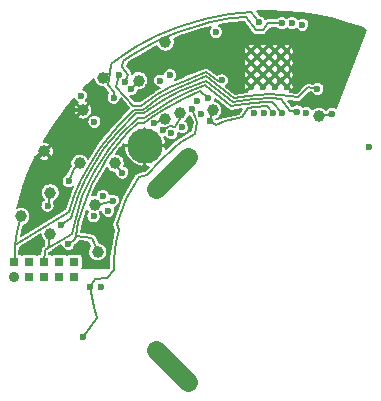
<source format=gbl>
G04 #@! TF.FileFunction,Copper,L4,Bot,Signal*
%FSLAX46Y46*%
G04 Gerber Fmt 4.6, Leading zero omitted, Abs format (unit mm)*
G04 Created by KiCad (PCBNEW 4.0.1-stable) date 2016 January 16, Saturday 00:12:44*
%MOMM*%
G01*
G04 APERTURE LIST*
%ADD10C,0.020000*%
%ADD11C,1.000000*%
%ADD12C,3.000000*%
%ADD13C,0.900000*%
%ADD14R,0.800000X0.800000*%
%ADD15C,1.600000*%
%ADD16C,0.600000*%
%ADD17C,0.200000*%
%ADD18C,0.300000*%
%ADD19C,0.150000*%
G04 APERTURE END LIST*
D10*
D11*
X15000000Y-9500000D03*
X13750000Y-10000000D03*
D12*
X12000000Y-12250000D03*
D13*
X960000Y-23385000D03*
D14*
X960000Y-22115000D03*
X2230000Y-23385000D03*
X2230000Y-22115000D03*
X3500000Y-23385000D03*
X3500000Y-22115000D03*
X4770000Y-23385000D03*
X4770000Y-22115000D03*
X6040000Y-23385000D03*
X6040000Y-22115000D03*
D15*
X12981497Y-29581497D02*
X15668503Y-32268503D01*
X15668503Y-13231497D02*
X12981497Y-15918503D01*
D11*
X8500000Y-6500000D03*
X13750000Y-3500000D03*
X11500000Y-6750000D03*
X26750000Y-9750000D03*
X17750000Y-9250000D03*
X9500000Y-13750000D03*
X3500000Y-12750000D03*
X4000000Y-16250000D03*
X7750000Y-17250000D03*
D16*
X21000000Y-4250000D03*
X22000000Y-4250000D03*
X23000000Y-4250000D03*
X24000000Y-4250000D03*
X21000000Y-5250000D03*
X22000000Y-5250000D03*
X23000000Y-5250000D03*
X24000000Y-5250000D03*
X21000000Y-6250000D03*
X22000000Y-6250000D03*
X23000000Y-6250000D03*
X24000000Y-6250000D03*
X21000000Y-7250000D03*
X22000000Y-7250000D03*
X23000000Y-7250000D03*
X24000000Y-7250000D03*
D11*
X1500000Y-18250000D03*
X8000000Y-21250000D03*
X4000000Y-19750000D03*
X6500000Y-13750000D03*
X6750000Y-9250000D03*
D16*
X3770000Y-17330000D03*
X7730199Y-10241985D03*
X15170000Y-10700000D03*
X30970000Y-12380000D03*
X21250000Y-9520000D03*
X8900000Y-17780000D03*
X8450000Y-16510000D03*
X7660000Y-18240000D03*
X25330000Y-2030000D03*
X18020000Y-2630000D03*
X5370000Y-9520000D03*
X2260000Y-15290000D03*
X7000000Y-20750000D03*
X28960000Y-4700000D03*
X27240000Y-8880000D03*
X27550000Y-7960000D03*
X27080000Y-1530000D03*
X26850000Y-2770000D03*
X29880000Y-2340000D03*
X1720000Y-17150000D03*
X4410000Y-11100000D03*
X1750000Y-21000000D03*
X8500000Y-8060000D03*
X12300000Y-7270000D03*
X18760000Y-9220000D03*
X15230000Y-3790000D03*
X15860000Y-10360000D03*
X12180000Y-4940000D03*
X9220000Y-14790000D03*
X9730000Y-16070000D03*
X23620000Y-1120000D03*
X5250000Y-17070000D03*
X16000000Y-9160000D03*
X6750000Y-28500000D03*
X7390000Y-24260000D03*
X16770000Y-9590000D03*
X8250000Y-24250000D03*
X22860000Y-9460000D03*
X17480000Y-10130000D03*
X26600000Y-7460000D03*
X25670000Y-9510000D03*
X5520000Y-20580000D03*
X17390000Y-8210000D03*
X23620000Y-9490000D03*
X5550000Y-15270000D03*
X24890000Y-9370000D03*
X4870000Y-19000000D03*
X10090000Y-14540000D03*
X22100000Y-9460000D03*
X9810000Y-6290000D03*
X18530000Y-6730000D03*
X24450000Y-1870000D03*
X13310000Y-6760000D03*
X10850000Y-7460000D03*
X6580000Y-8040000D03*
X14250000Y-11200000D03*
X16450000Y-8470000D03*
X23610000Y-1890000D03*
X10360000Y-6840000D03*
X21690000Y-1820000D03*
X9360000Y-8200000D03*
X14140000Y-6290000D03*
X9310000Y-16930000D03*
X27850000Y-9550000D03*
X12800000Y-10380000D03*
X13510000Y-10940000D03*
D17*
X4000000Y-16250000D02*
X3770000Y-17330000D01*
D18*
X6750000Y-9250000D02*
X5640000Y-9250000D01*
X5640000Y-9250000D02*
X5370000Y-9520000D01*
D17*
X2870000Y-13050000D02*
X2430000Y-13970000D01*
X2430000Y-13970000D02*
X2050000Y-14850000D01*
X2050000Y-14850000D02*
X2260000Y-15290000D01*
X2870000Y-13050000D02*
X3500000Y-12750000D01*
D19*
X16450000Y-10220000D02*
X16000000Y-9160000D01*
D17*
X13282696Y-13550866D02*
X14500000Y-12450000D01*
X16283634Y-11235690D02*
X15100000Y-11940000D01*
X15100000Y-11940000D02*
X14500000Y-12450000D01*
D19*
X16283634Y-11235690D02*
X16450000Y-10220000D01*
D17*
X7794367Y-23546806D02*
X7390000Y-24260000D01*
X7952703Y-26816216D02*
X7700000Y-25950000D01*
X7952703Y-26816216D02*
X6750000Y-28500000D01*
X7500000Y-25050000D02*
X7390000Y-24260000D01*
X7700000Y-25950000D02*
X7500000Y-25050000D01*
X9800000Y-19400000D02*
X9600000Y-20450000D01*
X12200000Y-14750000D02*
X13282696Y-13550866D01*
X11550000Y-14900000D02*
X10450000Y-16790000D01*
X12200000Y-14750000D02*
X11550000Y-14900000D01*
X9650000Y-18850000D02*
X9800000Y-19400000D01*
X10450000Y-16790000D02*
X9650000Y-18850000D01*
X8792920Y-23443805D02*
X7794367Y-23546806D01*
X9400000Y-22750000D02*
X8792920Y-23443805D01*
X9400000Y-21850000D02*
X9400000Y-22750000D01*
X9600000Y-20450000D02*
X9400000Y-21850000D01*
X17480000Y-10130000D02*
X17750000Y-9150000D01*
D19*
X22860000Y-9460000D02*
X22360000Y-8890000D01*
X17990000Y-10470000D02*
X17480000Y-10130000D01*
X18760000Y-10200000D02*
X17990000Y-10470000D01*
X20240000Y-9870000D02*
X18760000Y-10200000D01*
X20730000Y-9030000D02*
X20240000Y-9870000D01*
X21370000Y-8950000D02*
X20730000Y-9030000D01*
X22360000Y-8890000D02*
X21370000Y-8950000D01*
D17*
X1500000Y-18250000D02*
X1180000Y-19560000D01*
X1180000Y-19560000D02*
X1050000Y-20640000D01*
D19*
X26600000Y-7460000D02*
X25860000Y-7320000D01*
X25860000Y-7320000D02*
X25000000Y-8180000D01*
X970000Y-21590000D02*
X960000Y-22115000D01*
X1050000Y-20640000D02*
X970000Y-21590000D01*
X5580000Y-17890000D02*
X2524685Y-19744772D01*
X2524685Y-19744772D02*
X1050000Y-20640000D01*
X6010000Y-16530000D02*
X5580000Y-17890000D01*
X6590000Y-15190000D02*
X6010000Y-16530000D01*
X7260000Y-13950000D02*
X6590000Y-15190000D01*
X8190000Y-12450000D02*
X7260000Y-13950000D01*
X8930000Y-11540000D02*
X8190000Y-12450000D01*
X9830000Y-10510000D02*
X8930000Y-11540000D01*
X11100000Y-9200000D02*
X9830000Y-10510000D01*
X11810000Y-9200000D02*
X11100000Y-9200000D01*
X13320000Y-8160000D02*
X11810000Y-9200000D01*
X14780000Y-7350000D02*
X13320000Y-8160000D01*
X17160000Y-6400000D02*
X14780000Y-7350000D01*
X19540000Y-8240000D02*
X17160000Y-6400000D01*
X20700000Y-8050000D02*
X19540000Y-8240000D01*
X22490000Y-7920000D02*
X20700000Y-8050000D01*
X23500000Y-7980000D02*
X22490000Y-7920000D01*
X25000000Y-8180000D02*
X23500000Y-7980000D01*
D17*
X8000000Y-21250000D02*
X7500000Y-20090000D01*
X6161020Y-19877464D02*
X6161020Y-19877466D01*
X7500000Y-20090000D02*
X6161020Y-19877464D01*
D19*
X8270000Y-14210000D02*
X7570000Y-15520000D01*
X7570000Y-15520000D02*
X6910000Y-17000000D01*
X6910000Y-17000000D02*
X6380000Y-18720000D01*
X6380000Y-18720000D02*
X6161020Y-19877466D01*
X6161020Y-19877466D02*
X6100000Y-20200000D01*
X6100000Y-20200000D02*
X5958378Y-20292787D01*
X5958378Y-20292787D02*
X5520000Y-20580000D01*
X17390000Y-8210000D02*
X16690000Y-7640000D01*
X9750000Y-12100000D02*
X8830000Y-13320000D01*
X10620000Y-11130000D02*
X9750000Y-12100000D01*
X11420000Y-10320000D02*
X10620000Y-11130000D01*
X11950000Y-10360000D02*
X11420000Y-10320000D01*
X12600000Y-9850000D02*
X11950000Y-10360000D01*
X13550000Y-9250000D02*
X12600000Y-9850000D01*
X15230000Y-8280000D02*
X13550000Y-9250000D01*
X16690000Y-7640000D02*
X15230000Y-8280000D01*
X8830000Y-13320000D02*
X8270000Y-14210000D01*
D17*
X4000000Y-19750000D02*
X3860000Y-20610000D01*
X3860000Y-20610000D02*
X3845900Y-20920208D01*
D19*
X19320000Y-8920000D02*
X17080000Y-7150000D01*
X22790000Y-8580000D02*
X22070000Y-8590000D01*
X22070000Y-8590000D02*
X21290000Y-8650000D01*
X21290000Y-8650000D02*
X20440000Y-8750000D01*
X20440000Y-8750000D02*
X19320000Y-8920000D01*
X23620000Y-9490000D02*
X22790000Y-8580000D01*
X3560000Y-21090000D02*
X3500000Y-22115000D01*
X5850000Y-19730000D02*
X5011116Y-20228202D01*
X5011116Y-20228202D02*
X3845900Y-20920208D01*
X3845900Y-20920208D02*
X3560000Y-21090000D01*
X6050000Y-18720000D02*
X5850000Y-19730000D01*
X6700000Y-16550000D02*
X6050000Y-18720000D01*
X7720000Y-14470000D02*
X6700000Y-16550000D01*
X8930000Y-12560000D02*
X7720000Y-14470000D01*
X10020000Y-11310000D02*
X8930000Y-12560000D01*
X11396103Y-9888531D02*
X10020000Y-11310000D01*
X11930000Y-9910000D02*
X11396103Y-9888531D01*
X12620000Y-9460000D02*
X11930000Y-9910000D01*
X14340000Y-8390000D02*
X12620000Y-9460000D01*
X15640000Y-7710000D02*
X14340000Y-8390000D01*
X17080000Y-7150000D02*
X15640000Y-7710000D01*
D17*
X6500000Y-13750000D02*
X6000000Y-14250000D01*
X6000000Y-14250000D02*
X5550000Y-15270000D01*
D19*
X24890000Y-9370000D02*
X24330000Y-9290000D01*
X5790000Y-18350000D02*
X4870000Y-19000000D01*
X6370000Y-16480000D02*
X5790000Y-18350000D01*
X6960000Y-15160000D02*
X6370000Y-16480000D01*
X7600000Y-14000000D02*
X6960000Y-15160000D01*
X8560000Y-12480000D02*
X7600000Y-14000000D01*
X9700000Y-11120000D02*
X8560000Y-12480000D01*
X11270000Y-9510000D02*
X9700000Y-11120000D01*
X11907723Y-9524322D02*
X11270000Y-9510000D01*
X12240000Y-9280000D02*
X11907723Y-9524322D01*
X13700000Y-8310000D02*
X12240000Y-9280000D01*
X15020000Y-7600000D02*
X13700000Y-8310000D01*
X17140000Y-6790000D02*
X15020000Y-7600000D01*
X19440000Y-8580000D02*
X17140000Y-6790000D01*
X21180000Y-8320000D02*
X19440000Y-8580000D01*
X22770000Y-8250000D02*
X21180000Y-8320000D01*
X23560000Y-8340000D02*
X22770000Y-8250000D01*
X24330000Y-9290000D02*
X23560000Y-8340000D01*
D17*
X10090000Y-14540000D02*
X9450000Y-13800000D01*
D19*
X9580000Y-7260000D02*
X9810000Y-6290000D01*
X11000000Y-8870000D02*
X9580000Y-7260000D01*
X11700000Y-8880000D02*
X11000000Y-8870000D01*
X12970000Y-7980000D02*
X11700000Y-8880000D01*
X14140000Y-7300000D02*
X12970000Y-7980000D01*
X15390000Y-6750000D02*
X14140000Y-7300000D01*
X17210000Y-6030000D02*
X15390000Y-6750000D01*
X18210000Y-6800000D02*
X17210000Y-6030000D01*
X18530000Y-6730000D02*
X18210000Y-6800000D01*
D17*
X10850000Y-7460000D02*
X11500000Y-6700000D01*
X13371567Y-3269934D02*
X13810000Y-3530000D01*
X16770000Y-2010000D02*
X14830000Y-2640000D01*
X22460000Y-1850000D02*
X21970000Y-2480000D01*
X21970000Y-2480000D02*
X21410000Y-2480000D01*
X21410000Y-2480000D02*
X20580000Y-1370000D01*
X20580000Y-1370000D02*
X19260000Y-1480000D01*
X19260000Y-1480000D02*
X17520000Y-1810000D01*
X17520000Y-1810000D02*
X16770000Y-2010000D01*
X23610000Y-1890000D02*
X22460000Y-1850000D01*
X10559802Y-6243282D02*
X10360000Y-6840000D01*
X10080000Y-5560000D02*
X10352584Y-5948185D01*
X10352584Y-5948185D02*
X10559802Y-6243282D01*
X10190000Y-5080000D02*
X10080000Y-5560000D01*
X10900000Y-4600000D02*
X10190000Y-5080000D01*
X12700000Y-3560000D02*
X10900000Y-4600000D01*
X14830000Y-2640000D02*
X13371567Y-3269934D01*
X13371567Y-3269934D02*
X12700000Y-3560000D01*
X9042374Y-6110368D02*
X8580000Y-6370000D01*
X16470000Y-1710000D02*
X14830000Y-2210000D01*
X14830000Y-2210000D02*
X12950000Y-3010000D01*
X12950000Y-3010000D02*
X11380000Y-3860000D01*
X11380000Y-3860000D02*
X10070000Y-4690000D01*
X10070000Y-4690000D02*
X9160000Y-5350000D01*
X9160000Y-5350000D02*
X9042374Y-6110368D01*
X9042374Y-6110368D02*
X8880000Y-7160000D01*
X8880000Y-7160000D02*
X9400000Y-7700000D01*
X9400000Y-7700000D02*
X9360000Y-8200000D01*
X21690000Y-1820000D02*
X21010000Y-920000D01*
X17470000Y-1440000D02*
X16470000Y-1710000D01*
X19240000Y-1100000D02*
X17470000Y-1440000D01*
X21010000Y-920000D02*
X19240000Y-1100000D01*
X9310000Y-16930000D02*
X8250000Y-17230000D01*
X8250000Y-17230000D02*
X7690000Y-17190000D01*
X26680000Y-9750000D02*
X27850000Y-9550000D01*
D19*
X13760000Y-9980000D02*
X12800000Y-10380000D01*
X15170000Y-9650000D02*
X14550000Y-10670000D01*
X14130000Y-10630000D02*
X13510000Y-10940000D01*
X14550000Y-10670000D02*
X14130000Y-10630000D01*
D17*
G36*
X15813693Y-9733395D02*
X15838328Y-9738811D01*
X16062375Y-10266566D01*
X15947074Y-10970498D01*
X14895457Y-11596253D01*
X14870709Y-11614468D01*
X14845221Y-11631637D01*
X14840940Y-11635224D01*
X14240941Y-12145224D01*
X14238603Y-12147642D01*
X14235871Y-12149607D01*
X14231702Y-12153325D01*
X13775357Y-12566020D01*
X13732988Y-12300000D01*
X12120713Y-12300000D01*
X12084854Y-12264141D01*
X12014141Y-12334854D01*
X12050000Y-12370713D01*
X12050000Y-13982988D01*
X12315442Y-14025265D01*
X11987441Y-14388540D01*
X11460056Y-14510244D01*
X11456050Y-14511592D01*
X11451876Y-14512223D01*
X11419106Y-14524021D01*
X11386065Y-14535137D01*
X11382398Y-14537237D01*
X11378425Y-14538667D01*
X11348571Y-14556605D01*
X11318318Y-14573927D01*
X11315128Y-14576699D01*
X11311509Y-14578874D01*
X11285708Y-14602270D01*
X11259396Y-14625138D01*
X11256805Y-14628477D01*
X11253678Y-14631313D01*
X11232912Y-14659274D01*
X11211543Y-14686818D01*
X11209653Y-14690592D01*
X11207132Y-14693986D01*
X11204289Y-14698793D01*
X10104290Y-16588793D01*
X10092419Y-16614721D01*
X10079188Y-16640004D01*
X10077130Y-16645196D01*
X9277130Y-18705196D01*
X9275169Y-18712207D01*
X9272123Y-18718817D01*
X9264671Y-18749750D01*
X9256106Y-18780378D01*
X9255545Y-18787631D01*
X9253839Y-18794712D01*
X9252536Y-18826523D01*
X9250085Y-18858212D01*
X9250943Y-18865433D01*
X9250645Y-18872712D01*
X9255544Y-18904155D01*
X9259296Y-18935733D01*
X9261543Y-18942657D01*
X9262663Y-18949848D01*
X9264094Y-18955247D01*
X9389759Y-19416014D01*
X9207065Y-20375155D01*
X9206478Y-20381622D01*
X9204849Y-20387908D01*
X9204020Y-20393431D01*
X9004020Y-21793431D01*
X9002891Y-21818993D01*
X9000039Y-21844415D01*
X9000000Y-21850000D01*
X9000000Y-22599705D01*
X8955992Y-22650000D01*
X6706519Y-22650000D01*
X6729516Y-22598982D01*
X6741451Y-22515000D01*
X6741451Y-21715000D01*
X6737641Y-21667226D01*
X6712548Y-21586197D01*
X6665874Y-21515366D01*
X6601315Y-21460343D01*
X6523982Y-21425484D01*
X6440000Y-21413549D01*
X5640000Y-21413549D01*
X5592226Y-21417359D01*
X5511197Y-21442452D01*
X5440366Y-21489126D01*
X5405522Y-21530008D01*
X5395874Y-21515366D01*
X5331315Y-21460343D01*
X5253982Y-21425484D01*
X5170000Y-21413549D01*
X4370000Y-21413549D01*
X4322226Y-21417359D01*
X4241197Y-21442452D01*
X4170366Y-21489126D01*
X4135522Y-21530008D01*
X4125874Y-21515366D01*
X4061315Y-21460343D01*
X3983982Y-21425484D01*
X3916564Y-21415903D01*
X3922689Y-21311270D01*
X3978748Y-21297503D01*
X4049501Y-21264514D01*
X4112500Y-21218410D01*
X4153807Y-21173493D01*
X4933854Y-20710233D01*
X4940452Y-20746183D01*
X4983768Y-20855586D01*
X5047509Y-20954492D01*
X5129247Y-21039134D01*
X5225868Y-21106287D01*
X5333693Y-21153395D01*
X5448614Y-21178662D01*
X5566254Y-21181126D01*
X5682133Y-21160694D01*
X5791835Y-21118143D01*
X5891184Y-21055094D01*
X5976395Y-20973949D01*
X6044221Y-20877799D01*
X6092080Y-20770306D01*
X6118149Y-20655564D01*
X6118419Y-20636250D01*
X6163824Y-20606502D01*
X6163888Y-20606460D01*
X6305510Y-20513673D01*
X6306678Y-20512733D01*
X6307995Y-20512030D01*
X6335174Y-20489795D01*
X6362522Y-20467782D01*
X6363481Y-20466638D01*
X6364641Y-20465689D01*
X6387025Y-20438548D01*
X6409535Y-20411691D01*
X6410254Y-20410382D01*
X6411207Y-20409226D01*
X6427874Y-20378287D01*
X6444757Y-20347537D01*
X6445209Y-20346111D01*
X6445918Y-20344794D01*
X6450938Y-20328490D01*
X7219827Y-20450536D01*
X7358118Y-20771371D01*
X7295562Y-20862732D01*
X7233758Y-21006934D01*
X7201139Y-21160393D01*
X7198948Y-21317266D01*
X7227270Y-21471577D01*
X7285024Y-21617448D01*
X7370012Y-21749323D01*
X7478995Y-21862179D01*
X7607824Y-21951717D01*
X7751590Y-22014527D01*
X7904818Y-22048216D01*
X8061672Y-22051502D01*
X8216177Y-22024258D01*
X8362447Y-21967524D01*
X8494912Y-21883459D01*
X8608526Y-21775266D01*
X8698962Y-21647066D01*
X8762774Y-21503741D01*
X8797532Y-21350752D01*
X8800034Y-21171556D01*
X8769561Y-21017656D01*
X8709776Y-20872605D01*
X8622955Y-20741930D01*
X8512407Y-20630607D01*
X8382341Y-20542876D01*
X8237711Y-20482079D01*
X8091653Y-20452098D01*
X7867330Y-19931668D01*
X7865868Y-19929021D01*
X7864904Y-19926154D01*
X7847009Y-19894884D01*
X7829580Y-19863335D01*
X7827630Y-19861021D01*
X7826129Y-19858398D01*
X7802495Y-19831191D01*
X7779277Y-19803637D01*
X7776919Y-19801749D01*
X7774933Y-19799463D01*
X7746452Y-19777355D01*
X7718337Y-19754845D01*
X7715654Y-19753449D01*
X7713265Y-19751595D01*
X7681054Y-19735451D01*
X7649080Y-19718819D01*
X7646176Y-19717971D01*
X7643473Y-19716616D01*
X7608737Y-19707036D01*
X7574145Y-19696932D01*
X7571132Y-19696664D01*
X7568217Y-19695860D01*
X7562707Y-19694946D01*
X6605935Y-19543078D01*
X6744559Y-18810350D01*
X7087195Y-17698400D01*
X7120012Y-17749323D01*
X7209180Y-17841660D01*
X7198150Y-17852461D01*
X7131672Y-17949549D01*
X7085318Y-18057700D01*
X7060854Y-18172795D01*
X7059211Y-18290450D01*
X7080452Y-18406183D01*
X7123768Y-18515586D01*
X7187509Y-18614492D01*
X7269247Y-18699134D01*
X7365868Y-18766287D01*
X7473693Y-18813395D01*
X7588614Y-18838662D01*
X7706254Y-18841126D01*
X7822133Y-18820694D01*
X7931835Y-18778143D01*
X8031184Y-18715094D01*
X8116395Y-18633949D01*
X8184221Y-18537799D01*
X8232080Y-18430306D01*
X8258149Y-18315564D01*
X8260026Y-18181167D01*
X8237171Y-18065742D01*
X8192332Y-17956954D01*
X8173579Y-17928729D01*
X8244912Y-17883459D01*
X8299414Y-17831557D01*
X8320452Y-17946183D01*
X8363768Y-18055586D01*
X8427509Y-18154492D01*
X8509247Y-18239134D01*
X8605868Y-18306287D01*
X8713693Y-18353395D01*
X8828614Y-18378662D01*
X8946254Y-18381126D01*
X9062133Y-18360694D01*
X9171835Y-18318143D01*
X9271184Y-18255094D01*
X9356395Y-18173949D01*
X9424221Y-18077799D01*
X9472080Y-17970306D01*
X9498149Y-17855564D01*
X9500026Y-17721167D01*
X9477171Y-17605742D01*
X9440308Y-17516305D01*
X9472133Y-17510694D01*
X9581835Y-17468143D01*
X9681184Y-17405094D01*
X9766395Y-17323949D01*
X9834221Y-17227799D01*
X9882080Y-17120306D01*
X9908149Y-17005564D01*
X9910026Y-16871167D01*
X9887171Y-16755742D01*
X9842332Y-16646954D01*
X9777216Y-16548948D01*
X9694305Y-16465455D01*
X9596755Y-16399657D01*
X9488283Y-16354060D01*
X9373021Y-16330400D01*
X9255357Y-16329578D01*
X9139775Y-16351627D01*
X9038424Y-16392575D01*
X9027171Y-16335742D01*
X8982332Y-16226954D01*
X8917216Y-16128948D01*
X8834305Y-16045455D01*
X8736755Y-15979657D01*
X8628283Y-15934060D01*
X8513021Y-15910400D01*
X8395357Y-15909578D01*
X8279775Y-15931627D01*
X8170677Y-15975705D01*
X8072219Y-16040135D01*
X7988150Y-16122461D01*
X7921672Y-16219549D01*
X7875318Y-16327700D01*
X7850854Y-16442795D01*
X7850698Y-16453955D01*
X7834027Y-16450533D01*
X7677143Y-16449437D01*
X7555796Y-16472585D01*
X7907043Y-15684942D01*
X8594479Y-14398455D01*
X8779721Y-14104053D01*
X8785024Y-14117448D01*
X8870012Y-14249323D01*
X8978995Y-14362179D01*
X9107824Y-14451717D01*
X9251590Y-14514527D01*
X9404818Y-14548216D01*
X9489776Y-14549996D01*
X9489211Y-14590450D01*
X9510452Y-14706183D01*
X9553768Y-14815586D01*
X9617509Y-14914492D01*
X9699247Y-14999134D01*
X9795868Y-15066287D01*
X9903693Y-15113395D01*
X10018614Y-15138662D01*
X10136254Y-15141126D01*
X10252133Y-15120694D01*
X10361835Y-15078143D01*
X10461184Y-15015094D01*
X10546395Y-14933949D01*
X10614221Y-14837799D01*
X10662080Y-14730306D01*
X10688149Y-14615564D01*
X10690026Y-14481167D01*
X10667171Y-14365742D01*
X10622332Y-14256954D01*
X10557216Y-14158948D01*
X10474305Y-14075455D01*
X10376755Y-14009657D01*
X10271484Y-13965405D01*
X10297532Y-13850752D01*
X10300034Y-13671556D01*
X10269561Y-13517656D01*
X10209776Y-13372605D01*
X10122955Y-13241930D01*
X10012407Y-13130607D01*
X9882341Y-13042876D01*
X9737711Y-12982079D01*
X9584027Y-12950533D01*
X9578319Y-12950493D01*
X9856032Y-12582221D01*
X10222063Y-12582221D01*
X10321039Y-12922696D01*
X10484536Y-13237319D01*
X10706272Y-13514000D01*
X10977725Y-13742106D01*
X11288463Y-13912872D01*
X11626545Y-14019734D01*
X11667779Y-14027937D01*
X11950000Y-13982988D01*
X11950000Y-12300000D01*
X10267012Y-12300000D01*
X10222063Y-12582221D01*
X9856032Y-12582221D01*
X10039815Y-12338509D01*
X10251485Y-12102509D01*
X10267012Y-12200000D01*
X11879287Y-12200000D01*
X11915146Y-12235859D01*
X11985859Y-12165146D01*
X11950000Y-12129287D01*
X11950000Y-10733412D01*
X11974319Y-10734211D01*
X11984571Y-10732529D01*
X11994947Y-10732296D01*
X12020598Y-10726617D01*
X12046541Y-10722360D01*
X12050000Y-10721065D01*
X12050000Y-12129287D01*
X12014141Y-12165146D01*
X12084854Y-12235859D01*
X12120713Y-12200000D01*
X13732988Y-12200000D01*
X13777937Y-11917779D01*
X13678961Y-11577304D01*
X13651439Y-11524343D01*
X13672133Y-11520694D01*
X13728699Y-11498753D01*
X13777509Y-11574492D01*
X13859247Y-11659134D01*
X13955868Y-11726287D01*
X14063693Y-11773395D01*
X14178614Y-11798662D01*
X14296254Y-11801126D01*
X14412133Y-11780694D01*
X14521835Y-11738143D01*
X14621184Y-11675094D01*
X14706395Y-11593949D01*
X14774221Y-11497799D01*
X14822080Y-11390306D01*
X14848149Y-11275564D01*
X14849097Y-11207681D01*
X14875868Y-11226287D01*
X14983693Y-11273395D01*
X15098614Y-11298662D01*
X15216254Y-11301126D01*
X15332133Y-11280694D01*
X15441835Y-11238143D01*
X15541184Y-11175094D01*
X15626395Y-11093949D01*
X15694221Y-10997799D01*
X15742080Y-10890306D01*
X15768149Y-10775564D01*
X15770026Y-10641167D01*
X15747171Y-10525742D01*
X15702332Y-10416954D01*
X15637216Y-10318948D01*
X15554305Y-10235455D01*
X15456755Y-10169657D01*
X15445397Y-10164882D01*
X15494912Y-10133459D01*
X15608526Y-10025266D01*
X15698962Y-9897066D01*
X15762774Y-9753741D01*
X15771577Y-9714995D01*
X15813693Y-9733395D01*
X15813693Y-9733395D01*
G37*
X15813693Y-9733395D02*
X15838328Y-9738811D01*
X16062375Y-10266566D01*
X15947074Y-10970498D01*
X14895457Y-11596253D01*
X14870709Y-11614468D01*
X14845221Y-11631637D01*
X14840940Y-11635224D01*
X14240941Y-12145224D01*
X14238603Y-12147642D01*
X14235871Y-12149607D01*
X14231702Y-12153325D01*
X13775357Y-12566020D01*
X13732988Y-12300000D01*
X12120713Y-12300000D01*
X12084854Y-12264141D01*
X12014141Y-12334854D01*
X12050000Y-12370713D01*
X12050000Y-13982988D01*
X12315442Y-14025265D01*
X11987441Y-14388540D01*
X11460056Y-14510244D01*
X11456050Y-14511592D01*
X11451876Y-14512223D01*
X11419106Y-14524021D01*
X11386065Y-14535137D01*
X11382398Y-14537237D01*
X11378425Y-14538667D01*
X11348571Y-14556605D01*
X11318318Y-14573927D01*
X11315128Y-14576699D01*
X11311509Y-14578874D01*
X11285708Y-14602270D01*
X11259396Y-14625138D01*
X11256805Y-14628477D01*
X11253678Y-14631313D01*
X11232912Y-14659274D01*
X11211543Y-14686818D01*
X11209653Y-14690592D01*
X11207132Y-14693986D01*
X11204289Y-14698793D01*
X10104290Y-16588793D01*
X10092419Y-16614721D01*
X10079188Y-16640004D01*
X10077130Y-16645196D01*
X9277130Y-18705196D01*
X9275169Y-18712207D01*
X9272123Y-18718817D01*
X9264671Y-18749750D01*
X9256106Y-18780378D01*
X9255545Y-18787631D01*
X9253839Y-18794712D01*
X9252536Y-18826523D01*
X9250085Y-18858212D01*
X9250943Y-18865433D01*
X9250645Y-18872712D01*
X9255544Y-18904155D01*
X9259296Y-18935733D01*
X9261543Y-18942657D01*
X9262663Y-18949848D01*
X9264094Y-18955247D01*
X9389759Y-19416014D01*
X9207065Y-20375155D01*
X9206478Y-20381622D01*
X9204849Y-20387908D01*
X9204020Y-20393431D01*
X9004020Y-21793431D01*
X9002891Y-21818993D01*
X9000039Y-21844415D01*
X9000000Y-21850000D01*
X9000000Y-22599705D01*
X8955992Y-22650000D01*
X6706519Y-22650000D01*
X6729516Y-22598982D01*
X6741451Y-22515000D01*
X6741451Y-21715000D01*
X6737641Y-21667226D01*
X6712548Y-21586197D01*
X6665874Y-21515366D01*
X6601315Y-21460343D01*
X6523982Y-21425484D01*
X6440000Y-21413549D01*
X5640000Y-21413549D01*
X5592226Y-21417359D01*
X5511197Y-21442452D01*
X5440366Y-21489126D01*
X5405522Y-21530008D01*
X5395874Y-21515366D01*
X5331315Y-21460343D01*
X5253982Y-21425484D01*
X5170000Y-21413549D01*
X4370000Y-21413549D01*
X4322226Y-21417359D01*
X4241197Y-21442452D01*
X4170366Y-21489126D01*
X4135522Y-21530008D01*
X4125874Y-21515366D01*
X4061315Y-21460343D01*
X3983982Y-21425484D01*
X3916564Y-21415903D01*
X3922689Y-21311270D01*
X3978748Y-21297503D01*
X4049501Y-21264514D01*
X4112500Y-21218410D01*
X4153807Y-21173493D01*
X4933854Y-20710233D01*
X4940452Y-20746183D01*
X4983768Y-20855586D01*
X5047509Y-20954492D01*
X5129247Y-21039134D01*
X5225868Y-21106287D01*
X5333693Y-21153395D01*
X5448614Y-21178662D01*
X5566254Y-21181126D01*
X5682133Y-21160694D01*
X5791835Y-21118143D01*
X5891184Y-21055094D01*
X5976395Y-20973949D01*
X6044221Y-20877799D01*
X6092080Y-20770306D01*
X6118149Y-20655564D01*
X6118419Y-20636250D01*
X6163824Y-20606502D01*
X6163888Y-20606460D01*
X6305510Y-20513673D01*
X6306678Y-20512733D01*
X6307995Y-20512030D01*
X6335174Y-20489795D01*
X6362522Y-20467782D01*
X6363481Y-20466638D01*
X6364641Y-20465689D01*
X6387025Y-20438548D01*
X6409535Y-20411691D01*
X6410254Y-20410382D01*
X6411207Y-20409226D01*
X6427874Y-20378287D01*
X6444757Y-20347537D01*
X6445209Y-20346111D01*
X6445918Y-20344794D01*
X6450938Y-20328490D01*
X7219827Y-20450536D01*
X7358118Y-20771371D01*
X7295562Y-20862732D01*
X7233758Y-21006934D01*
X7201139Y-21160393D01*
X7198948Y-21317266D01*
X7227270Y-21471577D01*
X7285024Y-21617448D01*
X7370012Y-21749323D01*
X7478995Y-21862179D01*
X7607824Y-21951717D01*
X7751590Y-22014527D01*
X7904818Y-22048216D01*
X8061672Y-22051502D01*
X8216177Y-22024258D01*
X8362447Y-21967524D01*
X8494912Y-21883459D01*
X8608526Y-21775266D01*
X8698962Y-21647066D01*
X8762774Y-21503741D01*
X8797532Y-21350752D01*
X8800034Y-21171556D01*
X8769561Y-21017656D01*
X8709776Y-20872605D01*
X8622955Y-20741930D01*
X8512407Y-20630607D01*
X8382341Y-20542876D01*
X8237711Y-20482079D01*
X8091653Y-20452098D01*
X7867330Y-19931668D01*
X7865868Y-19929021D01*
X7864904Y-19926154D01*
X7847009Y-19894884D01*
X7829580Y-19863335D01*
X7827630Y-19861021D01*
X7826129Y-19858398D01*
X7802495Y-19831191D01*
X7779277Y-19803637D01*
X7776919Y-19801749D01*
X7774933Y-19799463D01*
X7746452Y-19777355D01*
X7718337Y-19754845D01*
X7715654Y-19753449D01*
X7713265Y-19751595D01*
X7681054Y-19735451D01*
X7649080Y-19718819D01*
X7646176Y-19717971D01*
X7643473Y-19716616D01*
X7608737Y-19707036D01*
X7574145Y-19696932D01*
X7571132Y-19696664D01*
X7568217Y-19695860D01*
X7562707Y-19694946D01*
X6605935Y-19543078D01*
X6744559Y-18810350D01*
X7087195Y-17698400D01*
X7120012Y-17749323D01*
X7209180Y-17841660D01*
X7198150Y-17852461D01*
X7131672Y-17949549D01*
X7085318Y-18057700D01*
X7060854Y-18172795D01*
X7059211Y-18290450D01*
X7080452Y-18406183D01*
X7123768Y-18515586D01*
X7187509Y-18614492D01*
X7269247Y-18699134D01*
X7365868Y-18766287D01*
X7473693Y-18813395D01*
X7588614Y-18838662D01*
X7706254Y-18841126D01*
X7822133Y-18820694D01*
X7931835Y-18778143D01*
X8031184Y-18715094D01*
X8116395Y-18633949D01*
X8184221Y-18537799D01*
X8232080Y-18430306D01*
X8258149Y-18315564D01*
X8260026Y-18181167D01*
X8237171Y-18065742D01*
X8192332Y-17956954D01*
X8173579Y-17928729D01*
X8244912Y-17883459D01*
X8299414Y-17831557D01*
X8320452Y-17946183D01*
X8363768Y-18055586D01*
X8427509Y-18154492D01*
X8509247Y-18239134D01*
X8605868Y-18306287D01*
X8713693Y-18353395D01*
X8828614Y-18378662D01*
X8946254Y-18381126D01*
X9062133Y-18360694D01*
X9171835Y-18318143D01*
X9271184Y-18255094D01*
X9356395Y-18173949D01*
X9424221Y-18077799D01*
X9472080Y-17970306D01*
X9498149Y-17855564D01*
X9500026Y-17721167D01*
X9477171Y-17605742D01*
X9440308Y-17516305D01*
X9472133Y-17510694D01*
X9581835Y-17468143D01*
X9681184Y-17405094D01*
X9766395Y-17323949D01*
X9834221Y-17227799D01*
X9882080Y-17120306D01*
X9908149Y-17005564D01*
X9910026Y-16871167D01*
X9887171Y-16755742D01*
X9842332Y-16646954D01*
X9777216Y-16548948D01*
X9694305Y-16465455D01*
X9596755Y-16399657D01*
X9488283Y-16354060D01*
X9373021Y-16330400D01*
X9255357Y-16329578D01*
X9139775Y-16351627D01*
X9038424Y-16392575D01*
X9027171Y-16335742D01*
X8982332Y-16226954D01*
X8917216Y-16128948D01*
X8834305Y-16045455D01*
X8736755Y-15979657D01*
X8628283Y-15934060D01*
X8513021Y-15910400D01*
X8395357Y-15909578D01*
X8279775Y-15931627D01*
X8170677Y-15975705D01*
X8072219Y-16040135D01*
X7988150Y-16122461D01*
X7921672Y-16219549D01*
X7875318Y-16327700D01*
X7850854Y-16442795D01*
X7850698Y-16453955D01*
X7834027Y-16450533D01*
X7677143Y-16449437D01*
X7555796Y-16472585D01*
X7907043Y-15684942D01*
X8594479Y-14398455D01*
X8779721Y-14104053D01*
X8785024Y-14117448D01*
X8870012Y-14249323D01*
X8978995Y-14362179D01*
X9107824Y-14451717D01*
X9251590Y-14514527D01*
X9404818Y-14548216D01*
X9489776Y-14549996D01*
X9489211Y-14590450D01*
X9510452Y-14706183D01*
X9553768Y-14815586D01*
X9617509Y-14914492D01*
X9699247Y-14999134D01*
X9795868Y-15066287D01*
X9903693Y-15113395D01*
X10018614Y-15138662D01*
X10136254Y-15141126D01*
X10252133Y-15120694D01*
X10361835Y-15078143D01*
X10461184Y-15015094D01*
X10546395Y-14933949D01*
X10614221Y-14837799D01*
X10662080Y-14730306D01*
X10688149Y-14615564D01*
X10690026Y-14481167D01*
X10667171Y-14365742D01*
X10622332Y-14256954D01*
X10557216Y-14158948D01*
X10474305Y-14075455D01*
X10376755Y-14009657D01*
X10271484Y-13965405D01*
X10297532Y-13850752D01*
X10300034Y-13671556D01*
X10269561Y-13517656D01*
X10209776Y-13372605D01*
X10122955Y-13241930D01*
X10012407Y-13130607D01*
X9882341Y-13042876D01*
X9737711Y-12982079D01*
X9584027Y-12950533D01*
X9578319Y-12950493D01*
X9856032Y-12582221D01*
X10222063Y-12582221D01*
X10321039Y-12922696D01*
X10484536Y-13237319D01*
X10706272Y-13514000D01*
X10977725Y-13742106D01*
X11288463Y-13912872D01*
X11626545Y-14019734D01*
X11667779Y-14027937D01*
X11950000Y-13982988D01*
X11950000Y-12300000D01*
X10267012Y-12300000D01*
X10222063Y-12582221D01*
X9856032Y-12582221D01*
X10039815Y-12338509D01*
X10251485Y-12102509D01*
X10267012Y-12200000D01*
X11879287Y-12200000D01*
X11915146Y-12235859D01*
X11985859Y-12165146D01*
X11950000Y-12129287D01*
X11950000Y-10733412D01*
X11974319Y-10734211D01*
X11984571Y-10732529D01*
X11994947Y-10732296D01*
X12020598Y-10726617D01*
X12046541Y-10722360D01*
X12050000Y-10721065D01*
X12050000Y-12129287D01*
X12014141Y-12165146D01*
X12084854Y-12235859D01*
X12120713Y-12200000D01*
X13732988Y-12200000D01*
X13777937Y-11917779D01*
X13678961Y-11577304D01*
X13651439Y-11524343D01*
X13672133Y-11520694D01*
X13728699Y-11498753D01*
X13777509Y-11574492D01*
X13859247Y-11659134D01*
X13955868Y-11726287D01*
X14063693Y-11773395D01*
X14178614Y-11798662D01*
X14296254Y-11801126D01*
X14412133Y-11780694D01*
X14521835Y-11738143D01*
X14621184Y-11675094D01*
X14706395Y-11593949D01*
X14774221Y-11497799D01*
X14822080Y-11390306D01*
X14848149Y-11275564D01*
X14849097Y-11207681D01*
X14875868Y-11226287D01*
X14983693Y-11273395D01*
X15098614Y-11298662D01*
X15216254Y-11301126D01*
X15332133Y-11280694D01*
X15441835Y-11238143D01*
X15541184Y-11175094D01*
X15626395Y-11093949D01*
X15694221Y-10997799D01*
X15742080Y-10890306D01*
X15768149Y-10775564D01*
X15770026Y-10641167D01*
X15747171Y-10525742D01*
X15702332Y-10416954D01*
X15637216Y-10318948D01*
X15554305Y-10235455D01*
X15456755Y-10169657D01*
X15445397Y-10164882D01*
X15494912Y-10133459D01*
X15608526Y-10025266D01*
X15698962Y-9897066D01*
X15762774Y-9753741D01*
X15771577Y-9714995D01*
X15813693Y-9733395D01*
G36*
X3198948Y-19817266D02*
X3227270Y-19971577D01*
X3285024Y-20117448D01*
X3370012Y-20249323D01*
X3478995Y-20362179D01*
X3493443Y-20372220D01*
X3465197Y-20545730D01*
X3463899Y-20566099D01*
X3460705Y-20586260D01*
X3460413Y-20591838D01*
X3454753Y-20716359D01*
X3368516Y-20767574D01*
X3341296Y-20787573D01*
X3313731Y-20807198D01*
X3311800Y-20809244D01*
X3309536Y-20810907D01*
X3286740Y-20835789D01*
X3263491Y-20860417D01*
X3261991Y-20862804D01*
X3260097Y-20864871D01*
X3242578Y-20893692D01*
X3224546Y-20922382D01*
X3223539Y-20925013D01*
X3222081Y-20927411D01*
X3210477Y-20959130D01*
X3198378Y-20990731D01*
X3197902Y-20993502D01*
X3196936Y-20996142D01*
X3191707Y-21029553D01*
X3185984Y-21062861D01*
X3185641Y-21068086D01*
X3165419Y-21413549D01*
X3100000Y-21413549D01*
X3052226Y-21417359D01*
X2971197Y-21442452D01*
X2900366Y-21489126D01*
X2865522Y-21530008D01*
X2855874Y-21515366D01*
X2791315Y-21460343D01*
X2713982Y-21425484D01*
X2630000Y-21413549D01*
X1830000Y-21413549D01*
X1782226Y-21417359D01*
X1701197Y-21442452D01*
X1630366Y-21489126D01*
X1595522Y-21530008D01*
X1585874Y-21515366D01*
X1521315Y-21460343D01*
X1443982Y-21425484D01*
X1361172Y-21413716D01*
X1407669Y-20861562D01*
X2719283Y-20065329D01*
X3199555Y-19773773D01*
X3198948Y-19817266D01*
X3198948Y-19817266D01*
G37*
X3198948Y-19817266D02*
X3227270Y-19971577D01*
X3285024Y-20117448D01*
X3370012Y-20249323D01*
X3478995Y-20362179D01*
X3493443Y-20372220D01*
X3465197Y-20545730D01*
X3463899Y-20566099D01*
X3460705Y-20586260D01*
X3460413Y-20591838D01*
X3454753Y-20716359D01*
X3368516Y-20767574D01*
X3341296Y-20787573D01*
X3313731Y-20807198D01*
X3311800Y-20809244D01*
X3309536Y-20810907D01*
X3286740Y-20835789D01*
X3263491Y-20860417D01*
X3261991Y-20862804D01*
X3260097Y-20864871D01*
X3242578Y-20893692D01*
X3224546Y-20922382D01*
X3223539Y-20925013D01*
X3222081Y-20927411D01*
X3210477Y-20959130D01*
X3198378Y-20990731D01*
X3197902Y-20993502D01*
X3196936Y-20996142D01*
X3191707Y-21029553D01*
X3185984Y-21062861D01*
X3185641Y-21068086D01*
X3165419Y-21413549D01*
X3100000Y-21413549D01*
X3052226Y-21417359D01*
X2971197Y-21442452D01*
X2900366Y-21489126D01*
X2865522Y-21530008D01*
X2855874Y-21515366D01*
X2791315Y-21460343D01*
X2713982Y-21425484D01*
X2630000Y-21413549D01*
X1830000Y-21413549D01*
X1782226Y-21417359D01*
X1701197Y-21442452D01*
X1630366Y-21489126D01*
X1595522Y-21530008D01*
X1585874Y-21515366D01*
X1521315Y-21460343D01*
X1443982Y-21425484D01*
X1361172Y-21413716D01*
X1407669Y-20861562D01*
X2719283Y-20065329D01*
X3199555Y-19773773D01*
X3198948Y-19817266D01*
G36*
X7727270Y-6721577D02*
X7785024Y-6867448D01*
X7870012Y-6999323D01*
X7978995Y-7112179D01*
X8107824Y-7201717D01*
X8251590Y-7264527D01*
X8404818Y-7298216D01*
X8505548Y-7300326D01*
X8505869Y-7301514D01*
X8512208Y-7314328D01*
X8516908Y-7327821D01*
X8529474Y-7349235D01*
X8540482Y-7371488D01*
X8549184Y-7382821D01*
X8556419Y-7395150D01*
X8572906Y-7413716D01*
X8588026Y-7433407D01*
X8591872Y-7437457D01*
X8926373Y-7784823D01*
X8898150Y-7812461D01*
X8831672Y-7909549D01*
X8785318Y-8017700D01*
X8760854Y-8132795D01*
X8759211Y-8250450D01*
X8780452Y-8366183D01*
X8823768Y-8475586D01*
X8887509Y-8574492D01*
X8969247Y-8659134D01*
X9065868Y-8726287D01*
X9173693Y-8773395D01*
X9288614Y-8798662D01*
X9406254Y-8801126D01*
X9522133Y-8780694D01*
X9631835Y-8738143D01*
X9731184Y-8675094D01*
X9816395Y-8593949D01*
X9884221Y-8497799D01*
X9932080Y-8390306D01*
X9958149Y-8275564D01*
X9958423Y-8255978D01*
X10689410Y-9084774D01*
X9560756Y-10248977D01*
X9556326Y-10254544D01*
X9551087Y-10259337D01*
X9547614Y-10263255D01*
X8647614Y-11293255D01*
X8645265Y-11296542D01*
X8642387Y-11299369D01*
X8639055Y-11303408D01*
X7899055Y-12213407D01*
X7887270Y-12231201D01*
X7874077Y-12247967D01*
X7871287Y-12252398D01*
X7192696Y-13346898D01*
X7122955Y-13241930D01*
X7012407Y-13130607D01*
X6882341Y-13042876D01*
X6737711Y-12982079D01*
X6584027Y-12950533D01*
X6427143Y-12949437D01*
X6273034Y-12978835D01*
X6127570Y-13037607D01*
X5996291Y-13123513D01*
X5884199Y-13233282D01*
X5795562Y-13362732D01*
X5733758Y-13506934D01*
X5701139Y-13660393D01*
X5698948Y-13817266D01*
X5725016Y-13959298D01*
X5717157Y-13967157D01*
X5696802Y-13991938D01*
X5675599Y-14015983D01*
X5672065Y-14022053D01*
X5667606Y-14027482D01*
X5652453Y-14055743D01*
X5636323Y-14083450D01*
X5634033Y-14088544D01*
X5365406Y-14697433D01*
X5270677Y-14735705D01*
X5172219Y-14800135D01*
X5088150Y-14882461D01*
X5021672Y-14979549D01*
X4975318Y-15087700D01*
X4950854Y-15202795D01*
X4949211Y-15320450D01*
X4970452Y-15436183D01*
X5013768Y-15545586D01*
X5077509Y-15644492D01*
X5159247Y-15729134D01*
X5255868Y-15796287D01*
X5363693Y-15843395D01*
X5478614Y-15868662D01*
X5596254Y-15871126D01*
X5712133Y-15850694D01*
X5821835Y-15808143D01*
X5921184Y-15745094D01*
X5955090Y-15712806D01*
X5665854Y-16381041D01*
X5660785Y-16396826D01*
X5654060Y-16411969D01*
X5652446Y-16416950D01*
X5264932Y-17642577D01*
X2330087Y-19424215D01*
X1541616Y-19902867D01*
X1574266Y-19631622D01*
X1723305Y-19021493D01*
X1862447Y-18967524D01*
X1994912Y-18883459D01*
X2108526Y-18775266D01*
X2198962Y-18647066D01*
X2262774Y-18503741D01*
X2297532Y-18350752D01*
X2300034Y-18171556D01*
X2269561Y-18017656D01*
X2209776Y-17872605D01*
X2122955Y-17741930D01*
X2012407Y-17630607D01*
X1882341Y-17542876D01*
X1737711Y-17482079D01*
X1584027Y-17450533D01*
X1427143Y-17449437D01*
X1273034Y-17478835D01*
X1217742Y-17501175D01*
X1245601Y-17380450D01*
X3169211Y-17380450D01*
X3190452Y-17496183D01*
X3233768Y-17605586D01*
X3297509Y-17704492D01*
X3379247Y-17789134D01*
X3475868Y-17856287D01*
X3583693Y-17903395D01*
X3698614Y-17928662D01*
X3816254Y-17931126D01*
X3932133Y-17910694D01*
X4041835Y-17868143D01*
X4141184Y-17805094D01*
X4226395Y-17723949D01*
X4294221Y-17627799D01*
X4342080Y-17520306D01*
X4368149Y-17405564D01*
X4370026Y-17271167D01*
X4347171Y-17155742D01*
X4302332Y-17046954D01*
X4272689Y-17002339D01*
X4362447Y-16967524D01*
X4494912Y-16883459D01*
X4608526Y-16775266D01*
X4698962Y-16647066D01*
X4762774Y-16503741D01*
X4797532Y-16350752D01*
X4800034Y-16171556D01*
X4769561Y-16017656D01*
X4709776Y-15872605D01*
X4622955Y-15741930D01*
X4512407Y-15630607D01*
X4382341Y-15542876D01*
X4237711Y-15482079D01*
X4084027Y-15450533D01*
X3927143Y-15449437D01*
X3773034Y-15478835D01*
X3627570Y-15537607D01*
X3496291Y-15623513D01*
X3384199Y-15733282D01*
X3295562Y-15862732D01*
X3233758Y-16006934D01*
X3201139Y-16160393D01*
X3198948Y-16317266D01*
X3227270Y-16471577D01*
X3285024Y-16617448D01*
X3370012Y-16749323D01*
X3444183Y-16826130D01*
X3392219Y-16860135D01*
X3308150Y-16942461D01*
X3241672Y-17039549D01*
X3195318Y-17147700D01*
X3170854Y-17262795D01*
X3169211Y-17380450D01*
X1245601Y-17380450D01*
X1246906Y-17374797D01*
X1695119Y-15781148D01*
X2142589Y-14587896D01*
X2715195Y-13299531D01*
X3021180Y-13299531D01*
X3068862Y-13428475D01*
X3209510Y-13499549D01*
X3361322Y-13541819D01*
X3518463Y-13553659D01*
X3674894Y-13534616D01*
X3824604Y-13485419D01*
X3931138Y-13428475D01*
X3978820Y-13299531D01*
X3500000Y-12820711D01*
X3021180Y-13299531D01*
X2715195Y-13299531D01*
X2739886Y-13243978D01*
X2797564Y-13136311D01*
X2821525Y-13181138D01*
X2950469Y-13228820D01*
X3429289Y-12750000D01*
X3570711Y-12750000D01*
X4049531Y-13228820D01*
X4178475Y-13181138D01*
X4249549Y-13040490D01*
X4291819Y-12888678D01*
X4303659Y-12731537D01*
X4284616Y-12575106D01*
X4235419Y-12425396D01*
X4178475Y-12318862D01*
X4049531Y-12271180D01*
X3570711Y-12750000D01*
X3429289Y-12750000D01*
X3415147Y-12735858D01*
X3485858Y-12665147D01*
X3500000Y-12679289D01*
X3978820Y-12200469D01*
X3931138Y-12071525D01*
X3790490Y-12000451D01*
X3638678Y-11958181D01*
X3481537Y-11946341D01*
X3431805Y-11952395D01*
X3486568Y-11850170D01*
X4482383Y-10256867D01*
X4829958Y-9799531D01*
X6271180Y-9799531D01*
X6318862Y-9928475D01*
X6459510Y-9999549D01*
X6611322Y-10041819D01*
X6768463Y-10053659D01*
X6924894Y-10034616D01*
X7074604Y-9985419D01*
X7181138Y-9928475D01*
X7228819Y-9799532D01*
X7276122Y-9846835D01*
X7268349Y-9854446D01*
X7201871Y-9951534D01*
X7155517Y-10059685D01*
X7131053Y-10174780D01*
X7129410Y-10292435D01*
X7150651Y-10408168D01*
X7193967Y-10517571D01*
X7257708Y-10616477D01*
X7339446Y-10701119D01*
X7436067Y-10768272D01*
X7543892Y-10815380D01*
X7658813Y-10840647D01*
X7776453Y-10843111D01*
X7892332Y-10822679D01*
X8002034Y-10780128D01*
X8101383Y-10717079D01*
X8186594Y-10635934D01*
X8254420Y-10539784D01*
X8302279Y-10432291D01*
X8328348Y-10317549D01*
X8330225Y-10183152D01*
X8307370Y-10067727D01*
X8262531Y-9958939D01*
X8197415Y-9860933D01*
X8114504Y-9777440D01*
X8016954Y-9711642D01*
X7908482Y-9666045D01*
X7793220Y-9642385D01*
X7675556Y-9641563D01*
X7559974Y-9663612D01*
X7450876Y-9707690D01*
X7352418Y-9772120D01*
X7347575Y-9776862D01*
X7299532Y-9728819D01*
X7428475Y-9681138D01*
X7499549Y-9540490D01*
X7541819Y-9388678D01*
X7553659Y-9231537D01*
X7534616Y-9075106D01*
X7485419Y-8925396D01*
X7428475Y-8818862D01*
X7299531Y-8771180D01*
X6820711Y-9250000D01*
X6834853Y-9264142D01*
X6764142Y-9334853D01*
X6750000Y-9320711D01*
X6271180Y-9799531D01*
X4829958Y-9799531D01*
X5233570Y-9268463D01*
X5946341Y-9268463D01*
X5965384Y-9424894D01*
X6014581Y-9574604D01*
X6071525Y-9681138D01*
X6200469Y-9728820D01*
X6679289Y-9250000D01*
X6200469Y-8771180D01*
X6071525Y-8818862D01*
X6000451Y-8959510D01*
X5958181Y-9111322D01*
X5946341Y-9268463D01*
X5233570Y-9268463D01*
X5427596Y-9013166D01*
X6041080Y-8308796D01*
X6043768Y-8315586D01*
X6107509Y-8414492D01*
X6189247Y-8499134D01*
X6285868Y-8566287D01*
X6315940Y-8579425D01*
X6271180Y-8700469D01*
X6750000Y-9179289D01*
X7228820Y-8700469D01*
X7181138Y-8571525D01*
X7040490Y-8500451D01*
X6983286Y-8484523D01*
X7036395Y-8433949D01*
X7104221Y-8337799D01*
X7152080Y-8230306D01*
X7178149Y-8115564D01*
X7180026Y-7981167D01*
X7157171Y-7865742D01*
X7112332Y-7756954D01*
X7047216Y-7658948D01*
X6964305Y-7575455D01*
X6866755Y-7509657D01*
X6771850Y-7469763D01*
X6772473Y-7469048D01*
X7700878Y-6577780D01*
X7727270Y-6721577D01*
X7727270Y-6721577D01*
G37*
X7727270Y-6721577D02*
X7785024Y-6867448D01*
X7870012Y-6999323D01*
X7978995Y-7112179D01*
X8107824Y-7201717D01*
X8251590Y-7264527D01*
X8404818Y-7298216D01*
X8505548Y-7300326D01*
X8505869Y-7301514D01*
X8512208Y-7314328D01*
X8516908Y-7327821D01*
X8529474Y-7349235D01*
X8540482Y-7371488D01*
X8549184Y-7382821D01*
X8556419Y-7395150D01*
X8572906Y-7413716D01*
X8588026Y-7433407D01*
X8591872Y-7437457D01*
X8926373Y-7784823D01*
X8898150Y-7812461D01*
X8831672Y-7909549D01*
X8785318Y-8017700D01*
X8760854Y-8132795D01*
X8759211Y-8250450D01*
X8780452Y-8366183D01*
X8823768Y-8475586D01*
X8887509Y-8574492D01*
X8969247Y-8659134D01*
X9065868Y-8726287D01*
X9173693Y-8773395D01*
X9288614Y-8798662D01*
X9406254Y-8801126D01*
X9522133Y-8780694D01*
X9631835Y-8738143D01*
X9731184Y-8675094D01*
X9816395Y-8593949D01*
X9884221Y-8497799D01*
X9932080Y-8390306D01*
X9958149Y-8275564D01*
X9958423Y-8255978D01*
X10689410Y-9084774D01*
X9560756Y-10248977D01*
X9556326Y-10254544D01*
X9551087Y-10259337D01*
X9547614Y-10263255D01*
X8647614Y-11293255D01*
X8645265Y-11296542D01*
X8642387Y-11299369D01*
X8639055Y-11303408D01*
X7899055Y-12213407D01*
X7887270Y-12231201D01*
X7874077Y-12247967D01*
X7871287Y-12252398D01*
X7192696Y-13346898D01*
X7122955Y-13241930D01*
X7012407Y-13130607D01*
X6882341Y-13042876D01*
X6737711Y-12982079D01*
X6584027Y-12950533D01*
X6427143Y-12949437D01*
X6273034Y-12978835D01*
X6127570Y-13037607D01*
X5996291Y-13123513D01*
X5884199Y-13233282D01*
X5795562Y-13362732D01*
X5733758Y-13506934D01*
X5701139Y-13660393D01*
X5698948Y-13817266D01*
X5725016Y-13959298D01*
X5717157Y-13967157D01*
X5696802Y-13991938D01*
X5675599Y-14015983D01*
X5672065Y-14022053D01*
X5667606Y-14027482D01*
X5652453Y-14055743D01*
X5636323Y-14083450D01*
X5634033Y-14088544D01*
X5365406Y-14697433D01*
X5270677Y-14735705D01*
X5172219Y-14800135D01*
X5088150Y-14882461D01*
X5021672Y-14979549D01*
X4975318Y-15087700D01*
X4950854Y-15202795D01*
X4949211Y-15320450D01*
X4970452Y-15436183D01*
X5013768Y-15545586D01*
X5077509Y-15644492D01*
X5159247Y-15729134D01*
X5255868Y-15796287D01*
X5363693Y-15843395D01*
X5478614Y-15868662D01*
X5596254Y-15871126D01*
X5712133Y-15850694D01*
X5821835Y-15808143D01*
X5921184Y-15745094D01*
X5955090Y-15712806D01*
X5665854Y-16381041D01*
X5660785Y-16396826D01*
X5654060Y-16411969D01*
X5652446Y-16416950D01*
X5264932Y-17642577D01*
X2330087Y-19424215D01*
X1541616Y-19902867D01*
X1574266Y-19631622D01*
X1723305Y-19021493D01*
X1862447Y-18967524D01*
X1994912Y-18883459D01*
X2108526Y-18775266D01*
X2198962Y-18647066D01*
X2262774Y-18503741D01*
X2297532Y-18350752D01*
X2300034Y-18171556D01*
X2269561Y-18017656D01*
X2209776Y-17872605D01*
X2122955Y-17741930D01*
X2012407Y-17630607D01*
X1882341Y-17542876D01*
X1737711Y-17482079D01*
X1584027Y-17450533D01*
X1427143Y-17449437D01*
X1273034Y-17478835D01*
X1217742Y-17501175D01*
X1245601Y-17380450D01*
X3169211Y-17380450D01*
X3190452Y-17496183D01*
X3233768Y-17605586D01*
X3297509Y-17704492D01*
X3379247Y-17789134D01*
X3475868Y-17856287D01*
X3583693Y-17903395D01*
X3698614Y-17928662D01*
X3816254Y-17931126D01*
X3932133Y-17910694D01*
X4041835Y-17868143D01*
X4141184Y-17805094D01*
X4226395Y-17723949D01*
X4294221Y-17627799D01*
X4342080Y-17520306D01*
X4368149Y-17405564D01*
X4370026Y-17271167D01*
X4347171Y-17155742D01*
X4302332Y-17046954D01*
X4272689Y-17002339D01*
X4362447Y-16967524D01*
X4494912Y-16883459D01*
X4608526Y-16775266D01*
X4698962Y-16647066D01*
X4762774Y-16503741D01*
X4797532Y-16350752D01*
X4800034Y-16171556D01*
X4769561Y-16017656D01*
X4709776Y-15872605D01*
X4622955Y-15741930D01*
X4512407Y-15630607D01*
X4382341Y-15542876D01*
X4237711Y-15482079D01*
X4084027Y-15450533D01*
X3927143Y-15449437D01*
X3773034Y-15478835D01*
X3627570Y-15537607D01*
X3496291Y-15623513D01*
X3384199Y-15733282D01*
X3295562Y-15862732D01*
X3233758Y-16006934D01*
X3201139Y-16160393D01*
X3198948Y-16317266D01*
X3227270Y-16471577D01*
X3285024Y-16617448D01*
X3370012Y-16749323D01*
X3444183Y-16826130D01*
X3392219Y-16860135D01*
X3308150Y-16942461D01*
X3241672Y-17039549D01*
X3195318Y-17147700D01*
X3170854Y-17262795D01*
X3169211Y-17380450D01*
X1245601Y-17380450D01*
X1246906Y-17374797D01*
X1695119Y-15781148D01*
X2142589Y-14587896D01*
X2715195Y-13299531D01*
X3021180Y-13299531D01*
X3068862Y-13428475D01*
X3209510Y-13499549D01*
X3361322Y-13541819D01*
X3518463Y-13553659D01*
X3674894Y-13534616D01*
X3824604Y-13485419D01*
X3931138Y-13428475D01*
X3978820Y-13299531D01*
X3500000Y-12820711D01*
X3021180Y-13299531D01*
X2715195Y-13299531D01*
X2739886Y-13243978D01*
X2797564Y-13136311D01*
X2821525Y-13181138D01*
X2950469Y-13228820D01*
X3429289Y-12750000D01*
X3570711Y-12750000D01*
X4049531Y-13228820D01*
X4178475Y-13181138D01*
X4249549Y-13040490D01*
X4291819Y-12888678D01*
X4303659Y-12731537D01*
X4284616Y-12575106D01*
X4235419Y-12425396D01*
X4178475Y-12318862D01*
X4049531Y-12271180D01*
X3570711Y-12750000D01*
X3429289Y-12750000D01*
X3415147Y-12735858D01*
X3485858Y-12665147D01*
X3500000Y-12679289D01*
X3978820Y-12200469D01*
X3931138Y-12071525D01*
X3790490Y-12000451D01*
X3638678Y-11958181D01*
X3481537Y-11946341D01*
X3431805Y-11952395D01*
X3486568Y-11850170D01*
X4482383Y-10256867D01*
X4829958Y-9799531D01*
X6271180Y-9799531D01*
X6318862Y-9928475D01*
X6459510Y-9999549D01*
X6611322Y-10041819D01*
X6768463Y-10053659D01*
X6924894Y-10034616D01*
X7074604Y-9985419D01*
X7181138Y-9928475D01*
X7228819Y-9799532D01*
X7276122Y-9846835D01*
X7268349Y-9854446D01*
X7201871Y-9951534D01*
X7155517Y-10059685D01*
X7131053Y-10174780D01*
X7129410Y-10292435D01*
X7150651Y-10408168D01*
X7193967Y-10517571D01*
X7257708Y-10616477D01*
X7339446Y-10701119D01*
X7436067Y-10768272D01*
X7543892Y-10815380D01*
X7658813Y-10840647D01*
X7776453Y-10843111D01*
X7892332Y-10822679D01*
X8002034Y-10780128D01*
X8101383Y-10717079D01*
X8186594Y-10635934D01*
X8254420Y-10539784D01*
X8302279Y-10432291D01*
X8328348Y-10317549D01*
X8330225Y-10183152D01*
X8307370Y-10067727D01*
X8262531Y-9958939D01*
X8197415Y-9860933D01*
X8114504Y-9777440D01*
X8016954Y-9711642D01*
X7908482Y-9666045D01*
X7793220Y-9642385D01*
X7675556Y-9641563D01*
X7559974Y-9663612D01*
X7450876Y-9707690D01*
X7352418Y-9772120D01*
X7347575Y-9776862D01*
X7299532Y-9728819D01*
X7428475Y-9681138D01*
X7499549Y-9540490D01*
X7541819Y-9388678D01*
X7553659Y-9231537D01*
X7534616Y-9075106D01*
X7485419Y-8925396D01*
X7428475Y-8818862D01*
X7299531Y-8771180D01*
X6820711Y-9250000D01*
X6834853Y-9264142D01*
X6764142Y-9334853D01*
X6750000Y-9320711D01*
X6271180Y-9799531D01*
X4829958Y-9799531D01*
X5233570Y-9268463D01*
X5946341Y-9268463D01*
X5965384Y-9424894D01*
X6014581Y-9574604D01*
X6071525Y-9681138D01*
X6200469Y-9728820D01*
X6679289Y-9250000D01*
X6200469Y-8771180D01*
X6071525Y-8818862D01*
X6000451Y-8959510D01*
X5958181Y-9111322D01*
X5946341Y-9268463D01*
X5233570Y-9268463D01*
X5427596Y-9013166D01*
X6041080Y-8308796D01*
X6043768Y-8315586D01*
X6107509Y-8414492D01*
X6189247Y-8499134D01*
X6285868Y-8566287D01*
X6315940Y-8579425D01*
X6271180Y-8700469D01*
X6750000Y-9179289D01*
X7228820Y-8700469D01*
X7181138Y-8571525D01*
X7040490Y-8500451D01*
X6983286Y-8484523D01*
X7036395Y-8433949D01*
X7104221Y-8337799D01*
X7152080Y-8230306D01*
X7178149Y-8115564D01*
X7180026Y-7981167D01*
X7157171Y-7865742D01*
X7112332Y-7756954D01*
X7047216Y-7658948D01*
X6964305Y-7575455D01*
X6866755Y-7509657D01*
X6771850Y-7469763D01*
X6772473Y-7469048D01*
X7700878Y-6577780D01*
X7727270Y-6721577D01*
G36*
X19087506Y-9214230D02*
X19091224Y-9216618D01*
X19094481Y-9219610D01*
X19121996Y-9236385D01*
X19149083Y-9253785D01*
X19153193Y-9255405D01*
X19156970Y-9257708D01*
X19187219Y-9268819D01*
X19217170Y-9280626D01*
X19221518Y-9281417D01*
X19225669Y-9282942D01*
X19257494Y-9287965D01*
X19289175Y-9293731D01*
X19293594Y-9293663D01*
X19297961Y-9294352D01*
X19330139Y-9293098D01*
X19362354Y-9292601D01*
X19366679Y-9291675D01*
X19371093Y-9291503D01*
X19376275Y-9290753D01*
X20218310Y-9162944D01*
X19998582Y-9539621D01*
X18678389Y-9833988D01*
X18659864Y-9840068D01*
X18640867Y-9844427D01*
X18635914Y-9846125D01*
X18074449Y-10043002D01*
X18063280Y-9986594D01*
X18112447Y-9967524D01*
X18244912Y-9883459D01*
X18358526Y-9775266D01*
X18448962Y-9647066D01*
X18512774Y-9503741D01*
X18547532Y-9350752D01*
X18550034Y-9171556D01*
X18519561Y-9017656D01*
X18459776Y-8872605D01*
X18372955Y-8741930D01*
X18262407Y-8630607D01*
X18132341Y-8542876D01*
X17987711Y-8482079D01*
X17930867Y-8470411D01*
X17962080Y-8400306D01*
X17976596Y-8336413D01*
X19087506Y-9214230D01*
X19087506Y-9214230D01*
G37*
X19087506Y-9214230D02*
X19091224Y-9216618D01*
X19094481Y-9219610D01*
X19121996Y-9236385D01*
X19149083Y-9253785D01*
X19153193Y-9255405D01*
X19156970Y-9257708D01*
X19187219Y-9268819D01*
X19217170Y-9280626D01*
X19221518Y-9281417D01*
X19225669Y-9282942D01*
X19257494Y-9287965D01*
X19289175Y-9293731D01*
X19293594Y-9293663D01*
X19297961Y-9294352D01*
X19330139Y-9293098D01*
X19362354Y-9292601D01*
X19366679Y-9291675D01*
X19371093Y-9291503D01*
X19376275Y-9290753D01*
X20218310Y-9162944D01*
X19998582Y-9539621D01*
X18678389Y-9833988D01*
X18659864Y-9840068D01*
X18640867Y-9844427D01*
X18635914Y-9846125D01*
X18074449Y-10043002D01*
X18063280Y-9986594D01*
X18112447Y-9967524D01*
X18244912Y-9883459D01*
X18358526Y-9775266D01*
X18448962Y-9647066D01*
X18512774Y-9503741D01*
X18547532Y-9350752D01*
X18550034Y-9171556D01*
X18519561Y-9017656D01*
X18459776Y-8872605D01*
X18372955Y-8741930D01*
X18262407Y-8630607D01*
X18132341Y-8542876D01*
X17987711Y-8482079D01*
X17930867Y-8470411D01*
X17962080Y-8400306D01*
X17976596Y-8336413D01*
X19087506Y-9214230D01*
G36*
X23994159Y-899860D02*
X25187617Y-999315D01*
X26382664Y-1198490D01*
X27726108Y-1447276D01*
X29669499Y-2045242D01*
X30264334Y-2243520D01*
X30751698Y-2453591D01*
X28175805Y-9045997D01*
X28136755Y-9019657D01*
X28028283Y-8974060D01*
X27913021Y-8950400D01*
X27795357Y-8949578D01*
X27679775Y-8971627D01*
X27570677Y-9015705D01*
X27472219Y-9080135D01*
X27388150Y-9162461D01*
X27349742Y-9218554D01*
X27262407Y-9130607D01*
X27132341Y-9042876D01*
X26987711Y-8982079D01*
X26834027Y-8950533D01*
X26677143Y-8949437D01*
X26523034Y-8978835D01*
X26377570Y-9037607D01*
X26246291Y-9123513D01*
X26178023Y-9190366D01*
X26137216Y-9128948D01*
X26054305Y-9045455D01*
X25956755Y-8979657D01*
X25848283Y-8934060D01*
X25733021Y-8910400D01*
X25615357Y-8909578D01*
X25499775Y-8931627D01*
X25390677Y-8975705D01*
X25361223Y-8994979D01*
X25357216Y-8988948D01*
X25274305Y-8905455D01*
X25176755Y-8839657D01*
X25068283Y-8794060D01*
X24953021Y-8770400D01*
X24835357Y-8769578D01*
X24719775Y-8791627D01*
X24610677Y-8835705D01*
X24512219Y-8900135D01*
X24503575Y-8908600D01*
X24125114Y-8441667D01*
X24950439Y-8551711D01*
X24973327Y-8552508D01*
X24996073Y-8554979D01*
X25009801Y-8553778D01*
X25023582Y-8554258D01*
X25046180Y-8550596D01*
X25068982Y-8548601D01*
X25082219Y-8544755D01*
X25095826Y-8542550D01*
X25117281Y-8534568D01*
X25139263Y-8528182D01*
X25151501Y-8521839D01*
X25164421Y-8517032D01*
X25183924Y-8505032D01*
X25204239Y-8494501D01*
X25215004Y-8485907D01*
X25226753Y-8478678D01*
X25243561Y-8463110D01*
X25261436Y-8448841D01*
X25265165Y-8445165D01*
X25985025Y-7725305D01*
X26067157Y-7740844D01*
X26127509Y-7834492D01*
X26209247Y-7919134D01*
X26305868Y-7986287D01*
X26413693Y-8033395D01*
X26528614Y-8058662D01*
X26646254Y-8061126D01*
X26762133Y-8040694D01*
X26871835Y-7998143D01*
X26971184Y-7935094D01*
X27056395Y-7853949D01*
X27124221Y-7757799D01*
X27172080Y-7650306D01*
X27198149Y-7535564D01*
X27200026Y-7401167D01*
X27177171Y-7285742D01*
X27132332Y-7176954D01*
X27067216Y-7078948D01*
X26984305Y-6995455D01*
X26886755Y-6929657D01*
X26778283Y-6884060D01*
X26663021Y-6860400D01*
X26545357Y-6859578D01*
X26429775Y-6881627D01*
X26320677Y-6925705D01*
X26222219Y-6990135D01*
X26207892Y-7004165D01*
X25929709Y-6951536D01*
X25896831Y-6948594D01*
X25863927Y-6945020D01*
X25860364Y-6945332D01*
X25856813Y-6945014D01*
X25824007Y-6948512D01*
X25791018Y-6951398D01*
X25787583Y-6952396D01*
X25784039Y-6952774D01*
X25752497Y-6962590D01*
X25720737Y-6971818D01*
X25717569Y-6973460D01*
X25714157Y-6974522D01*
X25685089Y-6990296D01*
X25655761Y-7005498D01*
X25652972Y-7007725D01*
X25649831Y-7009429D01*
X25624386Y-7030544D01*
X25598564Y-7051158D01*
X25594835Y-7054835D01*
X24865872Y-7783798D01*
X24324394Y-7711601D01*
X24336250Y-7656961D01*
X24000000Y-7320711D01*
X23985858Y-7334853D01*
X23915147Y-7264142D01*
X23929289Y-7250000D01*
X24070711Y-7250000D01*
X24406961Y-7586250D01*
X24515467Y-7562706D01*
X24566569Y-7456135D01*
X24595897Y-7341642D01*
X24602326Y-7223628D01*
X24585608Y-7106626D01*
X24546386Y-6995135D01*
X24515467Y-6937294D01*
X24406961Y-6913750D01*
X24070711Y-7250000D01*
X23929289Y-7250000D01*
X23593039Y-6913750D01*
X23500000Y-6933938D01*
X23406961Y-6913750D01*
X23070711Y-7250000D01*
X23084853Y-7264142D01*
X23014142Y-7334853D01*
X23000000Y-7320711D01*
X22985858Y-7334853D01*
X22915147Y-7264142D01*
X22929289Y-7250000D01*
X22593039Y-6913750D01*
X22500000Y-6933938D01*
X22406961Y-6913750D01*
X22070711Y-7250000D01*
X22084853Y-7264142D01*
X22014142Y-7334853D01*
X22000000Y-7320711D01*
X21985858Y-7334853D01*
X21915147Y-7264142D01*
X21929289Y-7250000D01*
X21593039Y-6913750D01*
X21500000Y-6933938D01*
X21406961Y-6913750D01*
X21070711Y-7250000D01*
X21084853Y-7264142D01*
X21014142Y-7334853D01*
X21000000Y-7320711D01*
X20663750Y-7656961D01*
X20668056Y-7676807D01*
X20658784Y-7678401D01*
X20644558Y-7679122D01*
X20639385Y-7679931D01*
X19640334Y-7843569D01*
X18906679Y-7276372D01*
X20397674Y-7276372D01*
X20414392Y-7393374D01*
X20453614Y-7504865D01*
X20484533Y-7562706D01*
X20593039Y-7586250D01*
X20929289Y-7250000D01*
X20593039Y-6913750D01*
X20484533Y-6937294D01*
X20433431Y-7043865D01*
X20404103Y-7158358D01*
X20397674Y-7276372D01*
X18906679Y-7276372D01*
X18853568Y-7235312D01*
X18901184Y-7205094D01*
X18986395Y-7123949D01*
X19054221Y-7027799D01*
X19102080Y-6920306D01*
X19128149Y-6805564D01*
X19130026Y-6671167D01*
X19127214Y-6656961D01*
X20663750Y-6656961D01*
X20683938Y-6750000D01*
X20663750Y-6843039D01*
X21000000Y-7179289D01*
X21336250Y-6843039D01*
X21316062Y-6750000D01*
X21336250Y-6656961D01*
X21663750Y-6656961D01*
X21683938Y-6750000D01*
X21663750Y-6843039D01*
X22000000Y-7179289D01*
X22336250Y-6843039D01*
X22316062Y-6750000D01*
X22336250Y-6656961D01*
X22663750Y-6656961D01*
X22683938Y-6750000D01*
X22663750Y-6843039D01*
X23000000Y-7179289D01*
X23336250Y-6843039D01*
X23316062Y-6750000D01*
X23336250Y-6656961D01*
X23663750Y-6656961D01*
X23683938Y-6750000D01*
X23663750Y-6843039D01*
X24000000Y-7179289D01*
X24336250Y-6843039D01*
X24316062Y-6750000D01*
X24336250Y-6656961D01*
X24000000Y-6320711D01*
X23663750Y-6656961D01*
X23336250Y-6656961D01*
X23000000Y-6320711D01*
X22663750Y-6656961D01*
X22336250Y-6656961D01*
X22000000Y-6320711D01*
X21663750Y-6656961D01*
X21336250Y-6656961D01*
X21000000Y-6320711D01*
X20663750Y-6656961D01*
X19127214Y-6656961D01*
X19107171Y-6555742D01*
X19062332Y-6446954D01*
X18997216Y-6348948D01*
X18925146Y-6276372D01*
X20397674Y-6276372D01*
X20414392Y-6393374D01*
X20453614Y-6504865D01*
X20484533Y-6562706D01*
X20593039Y-6586250D01*
X20929289Y-6250000D01*
X21070711Y-6250000D01*
X21406961Y-6586250D01*
X21500000Y-6566062D01*
X21593039Y-6586250D01*
X21929289Y-6250000D01*
X22070711Y-6250000D01*
X22406961Y-6586250D01*
X22500000Y-6566062D01*
X22593039Y-6586250D01*
X22929289Y-6250000D01*
X23070711Y-6250000D01*
X23406961Y-6586250D01*
X23500000Y-6566062D01*
X23593039Y-6586250D01*
X23929289Y-6250000D01*
X24070711Y-6250000D01*
X24406961Y-6586250D01*
X24515467Y-6562706D01*
X24566569Y-6456135D01*
X24595897Y-6341642D01*
X24602326Y-6223628D01*
X24585608Y-6106626D01*
X24546386Y-5995135D01*
X24515467Y-5937294D01*
X24406961Y-5913750D01*
X24070711Y-6250000D01*
X23929289Y-6250000D01*
X23593039Y-5913750D01*
X23500000Y-5933938D01*
X23406961Y-5913750D01*
X23070711Y-6250000D01*
X22929289Y-6250000D01*
X22593039Y-5913750D01*
X22500000Y-5933938D01*
X22406961Y-5913750D01*
X22070711Y-6250000D01*
X21929289Y-6250000D01*
X21593039Y-5913750D01*
X21500000Y-5933938D01*
X21406961Y-5913750D01*
X21070711Y-6250000D01*
X20929289Y-6250000D01*
X20593039Y-5913750D01*
X20484533Y-5937294D01*
X20433431Y-6043865D01*
X20404103Y-6158358D01*
X20397674Y-6276372D01*
X18925146Y-6276372D01*
X18914305Y-6265455D01*
X18816755Y-6199657D01*
X18708283Y-6154060D01*
X18593021Y-6130400D01*
X18475357Y-6129578D01*
X18359775Y-6151627D01*
X18250677Y-6195705D01*
X18152219Y-6260135D01*
X18139594Y-6272499D01*
X17438785Y-5732876D01*
X17432159Y-5728736D01*
X17426248Y-5723631D01*
X17401175Y-5709379D01*
X17376716Y-5694097D01*
X17369413Y-5691323D01*
X17362622Y-5687463D01*
X17335264Y-5678354D01*
X17308298Y-5668112D01*
X17300594Y-5666810D01*
X17293183Y-5664342D01*
X17264568Y-5660719D01*
X17242339Y-5656961D01*
X20663750Y-5656961D01*
X20683938Y-5750000D01*
X20663750Y-5843039D01*
X21000000Y-6179289D01*
X21336250Y-5843039D01*
X21316062Y-5750000D01*
X21336250Y-5656961D01*
X21663750Y-5656961D01*
X21683938Y-5750000D01*
X21663750Y-5843039D01*
X22000000Y-6179289D01*
X22336250Y-5843039D01*
X22316062Y-5750000D01*
X22336250Y-5656961D01*
X22663750Y-5656961D01*
X22683938Y-5750000D01*
X22663750Y-5843039D01*
X23000000Y-6179289D01*
X23336250Y-5843039D01*
X23316062Y-5750000D01*
X23336250Y-5656961D01*
X23663750Y-5656961D01*
X23683938Y-5750000D01*
X23663750Y-5843039D01*
X24000000Y-6179289D01*
X24336250Y-5843039D01*
X24316062Y-5750000D01*
X24336250Y-5656961D01*
X24000000Y-5320711D01*
X23663750Y-5656961D01*
X23336250Y-5656961D01*
X23000000Y-5320711D01*
X22663750Y-5656961D01*
X22336250Y-5656961D01*
X22000000Y-5320711D01*
X21663750Y-5656961D01*
X21336250Y-5656961D01*
X21000000Y-5320711D01*
X20663750Y-5656961D01*
X17242339Y-5656961D01*
X17236134Y-5655912D01*
X17228327Y-5656131D01*
X17220575Y-5655149D01*
X17191801Y-5657153D01*
X17162976Y-5657960D01*
X17155359Y-5659691D01*
X17147565Y-5660234D01*
X17119720Y-5667791D01*
X17091608Y-5674180D01*
X17084476Y-5677356D01*
X17076933Y-5679403D01*
X17072051Y-5681295D01*
X15252051Y-6401295D01*
X15248059Y-6403345D01*
X15243780Y-6404682D01*
X15238973Y-6406757D01*
X14585576Y-6694252D01*
X14596395Y-6683949D01*
X14664221Y-6587799D01*
X14712080Y-6480306D01*
X14738149Y-6365564D01*
X14740026Y-6231167D01*
X14717171Y-6115742D01*
X14672332Y-6006954D01*
X14607216Y-5908948D01*
X14524305Y-5825455D01*
X14426755Y-5759657D01*
X14318283Y-5714060D01*
X14203021Y-5690400D01*
X14085357Y-5689578D01*
X13969775Y-5711627D01*
X13860677Y-5755705D01*
X13762219Y-5820135D01*
X13678150Y-5902461D01*
X13611672Y-5999549D01*
X13565318Y-6107700D01*
X13544100Y-6207523D01*
X13488283Y-6184060D01*
X13373021Y-6160400D01*
X13255357Y-6159578D01*
X13139775Y-6181627D01*
X13030677Y-6225705D01*
X12932219Y-6290135D01*
X12848150Y-6372461D01*
X12781672Y-6469549D01*
X12735318Y-6577700D01*
X12710854Y-6692795D01*
X12709211Y-6810450D01*
X12730452Y-6926183D01*
X12773768Y-7035586D01*
X12837509Y-7134492D01*
X12919247Y-7219134D01*
X13015868Y-7286287D01*
X13123693Y-7333395D01*
X13238614Y-7358662D01*
X13290902Y-7359757D01*
X12781565Y-7655782D01*
X12769971Y-7664133D01*
X12757470Y-7671041D01*
X12753177Y-7674038D01*
X11583010Y-8503290D01*
X11171397Y-8497410D01*
X10784536Y-8058786D01*
X10896254Y-8061126D01*
X11012133Y-8040694D01*
X11121835Y-7998143D01*
X11221184Y-7935094D01*
X11306395Y-7853949D01*
X11374221Y-7757799D01*
X11422080Y-7650306D01*
X11445083Y-7549060D01*
X11561672Y-7551502D01*
X11716177Y-7524258D01*
X11862447Y-7467524D01*
X11994912Y-7383459D01*
X12108526Y-7275266D01*
X12198962Y-7147066D01*
X12262774Y-7003741D01*
X12297532Y-6850752D01*
X12300034Y-6671556D01*
X12269561Y-6517656D01*
X12209776Y-6372605D01*
X12122955Y-6241930D01*
X12012407Y-6130607D01*
X11882341Y-6042876D01*
X11737711Y-5982079D01*
X11584027Y-5950533D01*
X11427143Y-5949437D01*
X11273034Y-5978835D01*
X11127570Y-6037607D01*
X10996291Y-6123513D01*
X10951901Y-6166983D01*
X10951239Y-6160960D01*
X10947864Y-6150242D01*
X10946013Y-6139163D01*
X10936168Y-6113090D01*
X10927795Y-6086497D01*
X10922404Y-6076641D01*
X10918435Y-6066130D01*
X10903707Y-6042458D01*
X10890333Y-6018006D01*
X10887156Y-6013413D01*
X10679938Y-5718316D01*
X10679934Y-5718312D01*
X10509659Y-5475824D01*
X10544668Y-5323058D01*
X10613724Y-5276372D01*
X20397674Y-5276372D01*
X20414392Y-5393374D01*
X20453614Y-5504865D01*
X20484533Y-5562706D01*
X20593039Y-5586250D01*
X20929289Y-5250000D01*
X21070711Y-5250000D01*
X21406961Y-5586250D01*
X21500000Y-5566062D01*
X21593039Y-5586250D01*
X21929289Y-5250000D01*
X22070711Y-5250000D01*
X22406961Y-5586250D01*
X22500000Y-5566062D01*
X22593039Y-5586250D01*
X22929289Y-5250000D01*
X23070711Y-5250000D01*
X23406961Y-5586250D01*
X23500000Y-5566062D01*
X23593039Y-5586250D01*
X23929289Y-5250000D01*
X24070711Y-5250000D01*
X24406961Y-5586250D01*
X24515467Y-5562706D01*
X24566569Y-5456135D01*
X24595897Y-5341642D01*
X24602326Y-5223628D01*
X24585608Y-5106626D01*
X24546386Y-4995135D01*
X24515467Y-4937294D01*
X24406961Y-4913750D01*
X24070711Y-5250000D01*
X23929289Y-5250000D01*
X23593039Y-4913750D01*
X23500000Y-4933938D01*
X23406961Y-4913750D01*
X23070711Y-5250000D01*
X22929289Y-5250000D01*
X22593039Y-4913750D01*
X22500000Y-4933938D01*
X22406961Y-4913750D01*
X22070711Y-5250000D01*
X21929289Y-5250000D01*
X21593039Y-4913750D01*
X21500000Y-4933938D01*
X21406961Y-4913750D01*
X21070711Y-5250000D01*
X20929289Y-5250000D01*
X20593039Y-4913750D01*
X20484533Y-4937294D01*
X20433431Y-5043865D01*
X20404103Y-5158358D01*
X20397674Y-5276372D01*
X10613724Y-5276372D01*
X11112337Y-4939282D01*
X11600969Y-4656961D01*
X20663750Y-4656961D01*
X20683938Y-4750000D01*
X20663750Y-4843039D01*
X21000000Y-5179289D01*
X21336250Y-4843039D01*
X21316062Y-4750000D01*
X21336250Y-4656961D01*
X21663750Y-4656961D01*
X21683938Y-4750000D01*
X21663750Y-4843039D01*
X22000000Y-5179289D01*
X22336250Y-4843039D01*
X22316062Y-4750000D01*
X22336250Y-4656961D01*
X22663750Y-4656961D01*
X22683938Y-4750000D01*
X22663750Y-4843039D01*
X23000000Y-5179289D01*
X23336250Y-4843039D01*
X23316062Y-4750000D01*
X23336250Y-4656961D01*
X23663750Y-4656961D01*
X23683938Y-4750000D01*
X23663750Y-4843039D01*
X24000000Y-5179289D01*
X24336250Y-4843039D01*
X24316062Y-4750000D01*
X24336250Y-4656961D01*
X24000000Y-4320711D01*
X23663750Y-4656961D01*
X23336250Y-4656961D01*
X23000000Y-4320711D01*
X22663750Y-4656961D01*
X22336250Y-4656961D01*
X22000000Y-4320711D01*
X21663750Y-4656961D01*
X21336250Y-4656961D01*
X21000000Y-4320711D01*
X20663750Y-4656961D01*
X11600969Y-4656961D01*
X12879965Y-3917986D01*
X13029467Y-3853412D01*
X13035024Y-3867448D01*
X13120012Y-3999323D01*
X13228995Y-4112179D01*
X13357824Y-4201717D01*
X13501590Y-4264527D01*
X13654818Y-4298216D01*
X13811672Y-4301502D01*
X13954188Y-4276372D01*
X20397674Y-4276372D01*
X20414392Y-4393374D01*
X20453614Y-4504865D01*
X20484533Y-4562706D01*
X20593039Y-4586250D01*
X20929289Y-4250000D01*
X21070711Y-4250000D01*
X21406961Y-4586250D01*
X21500000Y-4566062D01*
X21593039Y-4586250D01*
X21929289Y-4250000D01*
X22070711Y-4250000D01*
X22406961Y-4586250D01*
X22500000Y-4566062D01*
X22593039Y-4586250D01*
X22929289Y-4250000D01*
X23070711Y-4250000D01*
X23406961Y-4586250D01*
X23500000Y-4566062D01*
X23593039Y-4586250D01*
X23929289Y-4250000D01*
X24070711Y-4250000D01*
X24406961Y-4586250D01*
X24515467Y-4562706D01*
X24566569Y-4456135D01*
X24595897Y-4341642D01*
X24602326Y-4223628D01*
X24585608Y-4106626D01*
X24546386Y-3995135D01*
X24515467Y-3937294D01*
X24406961Y-3913750D01*
X24070711Y-4250000D01*
X23929289Y-4250000D01*
X23593039Y-3913750D01*
X23500000Y-3933938D01*
X23406961Y-3913750D01*
X23070711Y-4250000D01*
X22929289Y-4250000D01*
X22593039Y-3913750D01*
X22500000Y-3933938D01*
X22406961Y-3913750D01*
X22070711Y-4250000D01*
X21929289Y-4250000D01*
X21593039Y-3913750D01*
X21500000Y-3933938D01*
X21406961Y-3913750D01*
X21070711Y-4250000D01*
X20929289Y-4250000D01*
X20593039Y-3913750D01*
X20484533Y-3937294D01*
X20433431Y-4043865D01*
X20404103Y-4158358D01*
X20397674Y-4276372D01*
X13954188Y-4276372D01*
X13966177Y-4274258D01*
X14112447Y-4217524D01*
X14244912Y-4133459D01*
X14358526Y-4025266D01*
X14448962Y-3897066D01*
X14473016Y-3843039D01*
X20663750Y-3843039D01*
X21000000Y-4179289D01*
X21336250Y-3843039D01*
X21663750Y-3843039D01*
X22000000Y-4179289D01*
X22336250Y-3843039D01*
X22663750Y-3843039D01*
X23000000Y-4179289D01*
X23336250Y-3843039D01*
X23663750Y-3843039D01*
X24000000Y-4179289D01*
X24336250Y-3843039D01*
X24312706Y-3734533D01*
X24206135Y-3683431D01*
X24091642Y-3654103D01*
X23973628Y-3647674D01*
X23856626Y-3664392D01*
X23745135Y-3703614D01*
X23687294Y-3734533D01*
X23663750Y-3843039D01*
X23336250Y-3843039D01*
X23312706Y-3734533D01*
X23206135Y-3683431D01*
X23091642Y-3654103D01*
X22973628Y-3647674D01*
X22856626Y-3664392D01*
X22745135Y-3703614D01*
X22687294Y-3734533D01*
X22663750Y-3843039D01*
X22336250Y-3843039D01*
X22312706Y-3734533D01*
X22206135Y-3683431D01*
X22091642Y-3654103D01*
X21973628Y-3647674D01*
X21856626Y-3664392D01*
X21745135Y-3703614D01*
X21687294Y-3734533D01*
X21663750Y-3843039D01*
X21336250Y-3843039D01*
X21312706Y-3734533D01*
X21206135Y-3683431D01*
X21091642Y-3654103D01*
X20973628Y-3647674D01*
X20856626Y-3664392D01*
X20745135Y-3703614D01*
X20687294Y-3734533D01*
X20663750Y-3843039D01*
X14473016Y-3843039D01*
X14512774Y-3753741D01*
X14547532Y-3600752D01*
X14550034Y-3421556D01*
X14519561Y-3267656D01*
X14499320Y-3218547D01*
X14971395Y-3014646D01*
X16883392Y-2393740D01*
X17598364Y-2203081D01*
X17558150Y-2242461D01*
X17491672Y-2339549D01*
X17445318Y-2447700D01*
X17420854Y-2562795D01*
X17419211Y-2680450D01*
X17440452Y-2796183D01*
X17483768Y-2905586D01*
X17547509Y-3004492D01*
X17629247Y-3089134D01*
X17725868Y-3156287D01*
X17833693Y-3203395D01*
X17948614Y-3228662D01*
X18066254Y-3231126D01*
X18182133Y-3210694D01*
X18291835Y-3168143D01*
X18391184Y-3105094D01*
X18476395Y-3023949D01*
X18544221Y-2927799D01*
X18592080Y-2820306D01*
X18618149Y-2705564D01*
X18620026Y-2571167D01*
X18597171Y-2455742D01*
X18552332Y-2346954D01*
X18487216Y-2248948D01*
X18404305Y-2165455D01*
X18306755Y-2099657D01*
X18254726Y-2077786D01*
X19314030Y-1876884D01*
X20392367Y-1787022D01*
X21089654Y-2719538D01*
X21107566Y-2739163D01*
X21124211Y-2759865D01*
X21133820Y-2767928D01*
X21142281Y-2777198D01*
X21163665Y-2792971D01*
X21184013Y-2810045D01*
X21195008Y-2816089D01*
X21205106Y-2823538D01*
X21229141Y-2834854D01*
X21252423Y-2847654D01*
X21264385Y-2851449D01*
X21275736Y-2856793D01*
X21301509Y-2863225D01*
X21326835Y-2871259D01*
X21339305Y-2872658D01*
X21351479Y-2875696D01*
X21378010Y-2876999D01*
X21404415Y-2879961D01*
X21410000Y-2880000D01*
X21970000Y-2880000D01*
X21992675Y-2877777D01*
X22015455Y-2877409D01*
X22031431Y-2873977D01*
X22047694Y-2872382D01*
X22069508Y-2865796D01*
X22091779Y-2861011D01*
X22106783Y-2854542D01*
X22122428Y-2849818D01*
X22142544Y-2839122D01*
X22163466Y-2830101D01*
X22176929Y-2820839D01*
X22191357Y-2813168D01*
X22209012Y-2798769D01*
X22227783Y-2785856D01*
X22239191Y-2774156D01*
X22251854Y-2763828D01*
X22266377Y-2746273D01*
X22282281Y-2729961D01*
X22285741Y-2725576D01*
X22650297Y-2256861D01*
X23146817Y-2274131D01*
X23219247Y-2349134D01*
X23315868Y-2416287D01*
X23423693Y-2463395D01*
X23538614Y-2488662D01*
X23656254Y-2491126D01*
X23772133Y-2470694D01*
X23881835Y-2428143D01*
X23981184Y-2365094D01*
X24039940Y-2309141D01*
X24059247Y-2329134D01*
X24155868Y-2396287D01*
X24263693Y-2443395D01*
X24378614Y-2468662D01*
X24496254Y-2471126D01*
X24612133Y-2450694D01*
X24721835Y-2408143D01*
X24819797Y-2345974D01*
X24857509Y-2404492D01*
X24939247Y-2489134D01*
X25035868Y-2556287D01*
X25143693Y-2603395D01*
X25258614Y-2628662D01*
X25376254Y-2631126D01*
X25492133Y-2610694D01*
X25601835Y-2568143D01*
X25701184Y-2505094D01*
X25786395Y-2423949D01*
X25854221Y-2327799D01*
X25902080Y-2220306D01*
X25928149Y-2105564D01*
X25930026Y-1971167D01*
X25907171Y-1855742D01*
X25862332Y-1746954D01*
X25797216Y-1648948D01*
X25714305Y-1565455D01*
X25616755Y-1499657D01*
X25508283Y-1454060D01*
X25393021Y-1430400D01*
X25275357Y-1429578D01*
X25159775Y-1451627D01*
X25050677Y-1495705D01*
X24960788Y-1554528D01*
X24917216Y-1488948D01*
X24834305Y-1405455D01*
X24736755Y-1339657D01*
X24628283Y-1294060D01*
X24513021Y-1270400D01*
X24395357Y-1269578D01*
X24279775Y-1291627D01*
X24170677Y-1335705D01*
X24072219Y-1400135D01*
X24019970Y-1451300D01*
X23994305Y-1425455D01*
X23896755Y-1359657D01*
X23788283Y-1314060D01*
X23673021Y-1290400D01*
X23555357Y-1289578D01*
X23439775Y-1311627D01*
X23330677Y-1355705D01*
X23232219Y-1420135D01*
X23176518Y-1474681D01*
X22473905Y-1450242D01*
X22444252Y-1452111D01*
X22414546Y-1452591D01*
X22405367Y-1454563D01*
X22395993Y-1455154D01*
X22367274Y-1462746D01*
X22338221Y-1468988D01*
X22329593Y-1472708D01*
X22320520Y-1475107D01*
X22293835Y-1488127D01*
X22266535Y-1499898D01*
X22258795Y-1505223D01*
X22250358Y-1509339D01*
X22226701Y-1527301D01*
X22219301Y-1532392D01*
X22157216Y-1438948D01*
X22074305Y-1355455D01*
X21976755Y-1289657D01*
X21868283Y-1244060D01*
X21753021Y-1220400D01*
X21738227Y-1220297D01*
X21465592Y-859456D01*
X21701997Y-850000D01*
X22498349Y-850000D01*
X23994159Y-899860D01*
X23994159Y-899860D01*
G37*
X23994159Y-899860D02*
X25187617Y-999315D01*
X26382664Y-1198490D01*
X27726108Y-1447276D01*
X29669499Y-2045242D01*
X30264334Y-2243520D01*
X30751698Y-2453591D01*
X28175805Y-9045997D01*
X28136755Y-9019657D01*
X28028283Y-8974060D01*
X27913021Y-8950400D01*
X27795357Y-8949578D01*
X27679775Y-8971627D01*
X27570677Y-9015705D01*
X27472219Y-9080135D01*
X27388150Y-9162461D01*
X27349742Y-9218554D01*
X27262407Y-9130607D01*
X27132341Y-9042876D01*
X26987711Y-8982079D01*
X26834027Y-8950533D01*
X26677143Y-8949437D01*
X26523034Y-8978835D01*
X26377570Y-9037607D01*
X26246291Y-9123513D01*
X26178023Y-9190366D01*
X26137216Y-9128948D01*
X26054305Y-9045455D01*
X25956755Y-8979657D01*
X25848283Y-8934060D01*
X25733021Y-8910400D01*
X25615357Y-8909578D01*
X25499775Y-8931627D01*
X25390677Y-8975705D01*
X25361223Y-8994979D01*
X25357216Y-8988948D01*
X25274305Y-8905455D01*
X25176755Y-8839657D01*
X25068283Y-8794060D01*
X24953021Y-8770400D01*
X24835357Y-8769578D01*
X24719775Y-8791627D01*
X24610677Y-8835705D01*
X24512219Y-8900135D01*
X24503575Y-8908600D01*
X24125114Y-8441667D01*
X24950439Y-8551711D01*
X24973327Y-8552508D01*
X24996073Y-8554979D01*
X25009801Y-8553778D01*
X25023582Y-8554258D01*
X25046180Y-8550596D01*
X25068982Y-8548601D01*
X25082219Y-8544755D01*
X25095826Y-8542550D01*
X25117281Y-8534568D01*
X25139263Y-8528182D01*
X25151501Y-8521839D01*
X25164421Y-8517032D01*
X25183924Y-8505032D01*
X25204239Y-8494501D01*
X25215004Y-8485907D01*
X25226753Y-8478678D01*
X25243561Y-8463110D01*
X25261436Y-8448841D01*
X25265165Y-8445165D01*
X25985025Y-7725305D01*
X26067157Y-7740844D01*
X26127509Y-7834492D01*
X26209247Y-7919134D01*
X26305868Y-7986287D01*
X26413693Y-8033395D01*
X26528614Y-8058662D01*
X26646254Y-8061126D01*
X26762133Y-8040694D01*
X26871835Y-7998143D01*
X26971184Y-7935094D01*
X27056395Y-7853949D01*
X27124221Y-7757799D01*
X27172080Y-7650306D01*
X27198149Y-7535564D01*
X27200026Y-7401167D01*
X27177171Y-7285742D01*
X27132332Y-7176954D01*
X27067216Y-7078948D01*
X26984305Y-6995455D01*
X26886755Y-6929657D01*
X26778283Y-6884060D01*
X26663021Y-6860400D01*
X26545357Y-6859578D01*
X26429775Y-6881627D01*
X26320677Y-6925705D01*
X26222219Y-6990135D01*
X26207892Y-7004165D01*
X25929709Y-6951536D01*
X25896831Y-6948594D01*
X25863927Y-6945020D01*
X25860364Y-6945332D01*
X25856813Y-6945014D01*
X25824007Y-6948512D01*
X25791018Y-6951398D01*
X25787583Y-6952396D01*
X25784039Y-6952774D01*
X25752497Y-6962590D01*
X25720737Y-6971818D01*
X25717569Y-6973460D01*
X25714157Y-6974522D01*
X25685089Y-6990296D01*
X25655761Y-7005498D01*
X25652972Y-7007725D01*
X25649831Y-7009429D01*
X25624386Y-7030544D01*
X25598564Y-7051158D01*
X25594835Y-7054835D01*
X24865872Y-7783798D01*
X24324394Y-7711601D01*
X24336250Y-7656961D01*
X24000000Y-7320711D01*
X23985858Y-7334853D01*
X23915147Y-7264142D01*
X23929289Y-7250000D01*
X24070711Y-7250000D01*
X24406961Y-7586250D01*
X24515467Y-7562706D01*
X24566569Y-7456135D01*
X24595897Y-7341642D01*
X24602326Y-7223628D01*
X24585608Y-7106626D01*
X24546386Y-6995135D01*
X24515467Y-6937294D01*
X24406961Y-6913750D01*
X24070711Y-7250000D01*
X23929289Y-7250000D01*
X23593039Y-6913750D01*
X23500000Y-6933938D01*
X23406961Y-6913750D01*
X23070711Y-7250000D01*
X23084853Y-7264142D01*
X23014142Y-7334853D01*
X23000000Y-7320711D01*
X22985858Y-7334853D01*
X22915147Y-7264142D01*
X22929289Y-7250000D01*
X22593039Y-6913750D01*
X22500000Y-6933938D01*
X22406961Y-6913750D01*
X22070711Y-7250000D01*
X22084853Y-7264142D01*
X22014142Y-7334853D01*
X22000000Y-7320711D01*
X21985858Y-7334853D01*
X21915147Y-7264142D01*
X21929289Y-7250000D01*
X21593039Y-6913750D01*
X21500000Y-6933938D01*
X21406961Y-6913750D01*
X21070711Y-7250000D01*
X21084853Y-7264142D01*
X21014142Y-7334853D01*
X21000000Y-7320711D01*
X20663750Y-7656961D01*
X20668056Y-7676807D01*
X20658784Y-7678401D01*
X20644558Y-7679122D01*
X20639385Y-7679931D01*
X19640334Y-7843569D01*
X18906679Y-7276372D01*
X20397674Y-7276372D01*
X20414392Y-7393374D01*
X20453614Y-7504865D01*
X20484533Y-7562706D01*
X20593039Y-7586250D01*
X20929289Y-7250000D01*
X20593039Y-6913750D01*
X20484533Y-6937294D01*
X20433431Y-7043865D01*
X20404103Y-7158358D01*
X20397674Y-7276372D01*
X18906679Y-7276372D01*
X18853568Y-7235312D01*
X18901184Y-7205094D01*
X18986395Y-7123949D01*
X19054221Y-7027799D01*
X19102080Y-6920306D01*
X19128149Y-6805564D01*
X19130026Y-6671167D01*
X19127214Y-6656961D01*
X20663750Y-6656961D01*
X20683938Y-6750000D01*
X20663750Y-6843039D01*
X21000000Y-7179289D01*
X21336250Y-6843039D01*
X21316062Y-6750000D01*
X21336250Y-6656961D01*
X21663750Y-6656961D01*
X21683938Y-6750000D01*
X21663750Y-6843039D01*
X22000000Y-7179289D01*
X22336250Y-6843039D01*
X22316062Y-6750000D01*
X22336250Y-6656961D01*
X22663750Y-6656961D01*
X22683938Y-6750000D01*
X22663750Y-6843039D01*
X23000000Y-7179289D01*
X23336250Y-6843039D01*
X23316062Y-6750000D01*
X23336250Y-6656961D01*
X23663750Y-6656961D01*
X23683938Y-6750000D01*
X23663750Y-6843039D01*
X24000000Y-7179289D01*
X24336250Y-6843039D01*
X24316062Y-6750000D01*
X24336250Y-6656961D01*
X24000000Y-6320711D01*
X23663750Y-6656961D01*
X23336250Y-6656961D01*
X23000000Y-6320711D01*
X22663750Y-6656961D01*
X22336250Y-6656961D01*
X22000000Y-6320711D01*
X21663750Y-6656961D01*
X21336250Y-6656961D01*
X21000000Y-6320711D01*
X20663750Y-6656961D01*
X19127214Y-6656961D01*
X19107171Y-6555742D01*
X19062332Y-6446954D01*
X18997216Y-6348948D01*
X18925146Y-6276372D01*
X20397674Y-6276372D01*
X20414392Y-6393374D01*
X20453614Y-6504865D01*
X20484533Y-6562706D01*
X20593039Y-6586250D01*
X20929289Y-6250000D01*
X21070711Y-6250000D01*
X21406961Y-6586250D01*
X21500000Y-6566062D01*
X21593039Y-6586250D01*
X21929289Y-6250000D01*
X22070711Y-6250000D01*
X22406961Y-6586250D01*
X22500000Y-6566062D01*
X22593039Y-6586250D01*
X22929289Y-6250000D01*
X23070711Y-6250000D01*
X23406961Y-6586250D01*
X23500000Y-6566062D01*
X23593039Y-6586250D01*
X23929289Y-6250000D01*
X24070711Y-6250000D01*
X24406961Y-6586250D01*
X24515467Y-6562706D01*
X24566569Y-6456135D01*
X24595897Y-6341642D01*
X24602326Y-6223628D01*
X24585608Y-6106626D01*
X24546386Y-5995135D01*
X24515467Y-5937294D01*
X24406961Y-5913750D01*
X24070711Y-6250000D01*
X23929289Y-6250000D01*
X23593039Y-5913750D01*
X23500000Y-5933938D01*
X23406961Y-5913750D01*
X23070711Y-6250000D01*
X22929289Y-6250000D01*
X22593039Y-5913750D01*
X22500000Y-5933938D01*
X22406961Y-5913750D01*
X22070711Y-6250000D01*
X21929289Y-6250000D01*
X21593039Y-5913750D01*
X21500000Y-5933938D01*
X21406961Y-5913750D01*
X21070711Y-6250000D01*
X20929289Y-6250000D01*
X20593039Y-5913750D01*
X20484533Y-5937294D01*
X20433431Y-6043865D01*
X20404103Y-6158358D01*
X20397674Y-6276372D01*
X18925146Y-6276372D01*
X18914305Y-6265455D01*
X18816755Y-6199657D01*
X18708283Y-6154060D01*
X18593021Y-6130400D01*
X18475357Y-6129578D01*
X18359775Y-6151627D01*
X18250677Y-6195705D01*
X18152219Y-6260135D01*
X18139594Y-6272499D01*
X17438785Y-5732876D01*
X17432159Y-5728736D01*
X17426248Y-5723631D01*
X17401175Y-5709379D01*
X17376716Y-5694097D01*
X17369413Y-5691323D01*
X17362622Y-5687463D01*
X17335264Y-5678354D01*
X17308298Y-5668112D01*
X17300594Y-5666810D01*
X17293183Y-5664342D01*
X17264568Y-5660719D01*
X17242339Y-5656961D01*
X20663750Y-5656961D01*
X20683938Y-5750000D01*
X20663750Y-5843039D01*
X21000000Y-6179289D01*
X21336250Y-5843039D01*
X21316062Y-5750000D01*
X21336250Y-5656961D01*
X21663750Y-5656961D01*
X21683938Y-5750000D01*
X21663750Y-5843039D01*
X22000000Y-6179289D01*
X22336250Y-5843039D01*
X22316062Y-5750000D01*
X22336250Y-5656961D01*
X22663750Y-5656961D01*
X22683938Y-5750000D01*
X22663750Y-5843039D01*
X23000000Y-6179289D01*
X23336250Y-5843039D01*
X23316062Y-5750000D01*
X23336250Y-5656961D01*
X23663750Y-5656961D01*
X23683938Y-5750000D01*
X23663750Y-5843039D01*
X24000000Y-6179289D01*
X24336250Y-5843039D01*
X24316062Y-5750000D01*
X24336250Y-5656961D01*
X24000000Y-5320711D01*
X23663750Y-5656961D01*
X23336250Y-5656961D01*
X23000000Y-5320711D01*
X22663750Y-5656961D01*
X22336250Y-5656961D01*
X22000000Y-5320711D01*
X21663750Y-5656961D01*
X21336250Y-5656961D01*
X21000000Y-5320711D01*
X20663750Y-5656961D01*
X17242339Y-5656961D01*
X17236134Y-5655912D01*
X17228327Y-5656131D01*
X17220575Y-5655149D01*
X17191801Y-5657153D01*
X17162976Y-5657960D01*
X17155359Y-5659691D01*
X17147565Y-5660234D01*
X17119720Y-5667791D01*
X17091608Y-5674180D01*
X17084476Y-5677356D01*
X17076933Y-5679403D01*
X17072051Y-5681295D01*
X15252051Y-6401295D01*
X15248059Y-6403345D01*
X15243780Y-6404682D01*
X15238973Y-6406757D01*
X14585576Y-6694252D01*
X14596395Y-6683949D01*
X14664221Y-6587799D01*
X14712080Y-6480306D01*
X14738149Y-6365564D01*
X14740026Y-6231167D01*
X14717171Y-6115742D01*
X14672332Y-6006954D01*
X14607216Y-5908948D01*
X14524305Y-5825455D01*
X14426755Y-5759657D01*
X14318283Y-5714060D01*
X14203021Y-5690400D01*
X14085357Y-5689578D01*
X13969775Y-5711627D01*
X13860677Y-5755705D01*
X13762219Y-5820135D01*
X13678150Y-5902461D01*
X13611672Y-5999549D01*
X13565318Y-6107700D01*
X13544100Y-6207523D01*
X13488283Y-6184060D01*
X13373021Y-6160400D01*
X13255357Y-6159578D01*
X13139775Y-6181627D01*
X13030677Y-6225705D01*
X12932219Y-6290135D01*
X12848150Y-6372461D01*
X12781672Y-6469549D01*
X12735318Y-6577700D01*
X12710854Y-6692795D01*
X12709211Y-6810450D01*
X12730452Y-6926183D01*
X12773768Y-7035586D01*
X12837509Y-7134492D01*
X12919247Y-7219134D01*
X13015868Y-7286287D01*
X13123693Y-7333395D01*
X13238614Y-7358662D01*
X13290902Y-7359757D01*
X12781565Y-7655782D01*
X12769971Y-7664133D01*
X12757470Y-7671041D01*
X12753177Y-7674038D01*
X11583010Y-8503290D01*
X11171397Y-8497410D01*
X10784536Y-8058786D01*
X10896254Y-8061126D01*
X11012133Y-8040694D01*
X11121835Y-7998143D01*
X11221184Y-7935094D01*
X11306395Y-7853949D01*
X11374221Y-7757799D01*
X11422080Y-7650306D01*
X11445083Y-7549060D01*
X11561672Y-7551502D01*
X11716177Y-7524258D01*
X11862447Y-7467524D01*
X11994912Y-7383459D01*
X12108526Y-7275266D01*
X12198962Y-7147066D01*
X12262774Y-7003741D01*
X12297532Y-6850752D01*
X12300034Y-6671556D01*
X12269561Y-6517656D01*
X12209776Y-6372605D01*
X12122955Y-6241930D01*
X12012407Y-6130607D01*
X11882341Y-6042876D01*
X11737711Y-5982079D01*
X11584027Y-5950533D01*
X11427143Y-5949437D01*
X11273034Y-5978835D01*
X11127570Y-6037607D01*
X10996291Y-6123513D01*
X10951901Y-6166983D01*
X10951239Y-6160960D01*
X10947864Y-6150242D01*
X10946013Y-6139163D01*
X10936168Y-6113090D01*
X10927795Y-6086497D01*
X10922404Y-6076641D01*
X10918435Y-6066130D01*
X10903707Y-6042458D01*
X10890333Y-6018006D01*
X10887156Y-6013413D01*
X10679938Y-5718316D01*
X10679934Y-5718312D01*
X10509659Y-5475824D01*
X10544668Y-5323058D01*
X10613724Y-5276372D01*
X20397674Y-5276372D01*
X20414392Y-5393374D01*
X20453614Y-5504865D01*
X20484533Y-5562706D01*
X20593039Y-5586250D01*
X20929289Y-5250000D01*
X21070711Y-5250000D01*
X21406961Y-5586250D01*
X21500000Y-5566062D01*
X21593039Y-5586250D01*
X21929289Y-5250000D01*
X22070711Y-5250000D01*
X22406961Y-5586250D01*
X22500000Y-5566062D01*
X22593039Y-5586250D01*
X22929289Y-5250000D01*
X23070711Y-5250000D01*
X23406961Y-5586250D01*
X23500000Y-5566062D01*
X23593039Y-5586250D01*
X23929289Y-5250000D01*
X24070711Y-5250000D01*
X24406961Y-5586250D01*
X24515467Y-5562706D01*
X24566569Y-5456135D01*
X24595897Y-5341642D01*
X24602326Y-5223628D01*
X24585608Y-5106626D01*
X24546386Y-4995135D01*
X24515467Y-4937294D01*
X24406961Y-4913750D01*
X24070711Y-5250000D01*
X23929289Y-5250000D01*
X23593039Y-4913750D01*
X23500000Y-4933938D01*
X23406961Y-4913750D01*
X23070711Y-5250000D01*
X22929289Y-5250000D01*
X22593039Y-4913750D01*
X22500000Y-4933938D01*
X22406961Y-4913750D01*
X22070711Y-5250000D01*
X21929289Y-5250000D01*
X21593039Y-4913750D01*
X21500000Y-4933938D01*
X21406961Y-4913750D01*
X21070711Y-5250000D01*
X20929289Y-5250000D01*
X20593039Y-4913750D01*
X20484533Y-4937294D01*
X20433431Y-5043865D01*
X20404103Y-5158358D01*
X20397674Y-5276372D01*
X10613724Y-5276372D01*
X11112337Y-4939282D01*
X11600969Y-4656961D01*
X20663750Y-4656961D01*
X20683938Y-4750000D01*
X20663750Y-4843039D01*
X21000000Y-5179289D01*
X21336250Y-4843039D01*
X21316062Y-4750000D01*
X21336250Y-4656961D01*
X21663750Y-4656961D01*
X21683938Y-4750000D01*
X21663750Y-4843039D01*
X22000000Y-5179289D01*
X22336250Y-4843039D01*
X22316062Y-4750000D01*
X22336250Y-4656961D01*
X22663750Y-4656961D01*
X22683938Y-4750000D01*
X22663750Y-4843039D01*
X23000000Y-5179289D01*
X23336250Y-4843039D01*
X23316062Y-4750000D01*
X23336250Y-4656961D01*
X23663750Y-4656961D01*
X23683938Y-4750000D01*
X23663750Y-4843039D01*
X24000000Y-5179289D01*
X24336250Y-4843039D01*
X24316062Y-4750000D01*
X24336250Y-4656961D01*
X24000000Y-4320711D01*
X23663750Y-4656961D01*
X23336250Y-4656961D01*
X23000000Y-4320711D01*
X22663750Y-4656961D01*
X22336250Y-4656961D01*
X22000000Y-4320711D01*
X21663750Y-4656961D01*
X21336250Y-4656961D01*
X21000000Y-4320711D01*
X20663750Y-4656961D01*
X11600969Y-4656961D01*
X12879965Y-3917986D01*
X13029467Y-3853412D01*
X13035024Y-3867448D01*
X13120012Y-3999323D01*
X13228995Y-4112179D01*
X13357824Y-4201717D01*
X13501590Y-4264527D01*
X13654818Y-4298216D01*
X13811672Y-4301502D01*
X13954188Y-4276372D01*
X20397674Y-4276372D01*
X20414392Y-4393374D01*
X20453614Y-4504865D01*
X20484533Y-4562706D01*
X20593039Y-4586250D01*
X20929289Y-4250000D01*
X21070711Y-4250000D01*
X21406961Y-4586250D01*
X21500000Y-4566062D01*
X21593039Y-4586250D01*
X21929289Y-4250000D01*
X22070711Y-4250000D01*
X22406961Y-4586250D01*
X22500000Y-4566062D01*
X22593039Y-4586250D01*
X22929289Y-4250000D01*
X23070711Y-4250000D01*
X23406961Y-4586250D01*
X23500000Y-4566062D01*
X23593039Y-4586250D01*
X23929289Y-4250000D01*
X24070711Y-4250000D01*
X24406961Y-4586250D01*
X24515467Y-4562706D01*
X24566569Y-4456135D01*
X24595897Y-4341642D01*
X24602326Y-4223628D01*
X24585608Y-4106626D01*
X24546386Y-3995135D01*
X24515467Y-3937294D01*
X24406961Y-3913750D01*
X24070711Y-4250000D01*
X23929289Y-4250000D01*
X23593039Y-3913750D01*
X23500000Y-3933938D01*
X23406961Y-3913750D01*
X23070711Y-4250000D01*
X22929289Y-4250000D01*
X22593039Y-3913750D01*
X22500000Y-3933938D01*
X22406961Y-3913750D01*
X22070711Y-4250000D01*
X21929289Y-4250000D01*
X21593039Y-3913750D01*
X21500000Y-3933938D01*
X21406961Y-3913750D01*
X21070711Y-4250000D01*
X20929289Y-4250000D01*
X20593039Y-3913750D01*
X20484533Y-3937294D01*
X20433431Y-4043865D01*
X20404103Y-4158358D01*
X20397674Y-4276372D01*
X13954188Y-4276372D01*
X13966177Y-4274258D01*
X14112447Y-4217524D01*
X14244912Y-4133459D01*
X14358526Y-4025266D01*
X14448962Y-3897066D01*
X14473016Y-3843039D01*
X20663750Y-3843039D01*
X21000000Y-4179289D01*
X21336250Y-3843039D01*
X21663750Y-3843039D01*
X22000000Y-4179289D01*
X22336250Y-3843039D01*
X22663750Y-3843039D01*
X23000000Y-4179289D01*
X23336250Y-3843039D01*
X23663750Y-3843039D01*
X24000000Y-4179289D01*
X24336250Y-3843039D01*
X24312706Y-3734533D01*
X24206135Y-3683431D01*
X24091642Y-3654103D01*
X23973628Y-3647674D01*
X23856626Y-3664392D01*
X23745135Y-3703614D01*
X23687294Y-3734533D01*
X23663750Y-3843039D01*
X23336250Y-3843039D01*
X23312706Y-3734533D01*
X23206135Y-3683431D01*
X23091642Y-3654103D01*
X22973628Y-3647674D01*
X22856626Y-3664392D01*
X22745135Y-3703614D01*
X22687294Y-3734533D01*
X22663750Y-3843039D01*
X22336250Y-3843039D01*
X22312706Y-3734533D01*
X22206135Y-3683431D01*
X22091642Y-3654103D01*
X21973628Y-3647674D01*
X21856626Y-3664392D01*
X21745135Y-3703614D01*
X21687294Y-3734533D01*
X21663750Y-3843039D01*
X21336250Y-3843039D01*
X21312706Y-3734533D01*
X21206135Y-3683431D01*
X21091642Y-3654103D01*
X20973628Y-3647674D01*
X20856626Y-3664392D01*
X20745135Y-3703614D01*
X20687294Y-3734533D01*
X20663750Y-3843039D01*
X14473016Y-3843039D01*
X14512774Y-3753741D01*
X14547532Y-3600752D01*
X14550034Y-3421556D01*
X14519561Y-3267656D01*
X14499320Y-3218547D01*
X14971395Y-3014646D01*
X16883392Y-2393740D01*
X17598364Y-2203081D01*
X17558150Y-2242461D01*
X17491672Y-2339549D01*
X17445318Y-2447700D01*
X17420854Y-2562795D01*
X17419211Y-2680450D01*
X17440452Y-2796183D01*
X17483768Y-2905586D01*
X17547509Y-3004492D01*
X17629247Y-3089134D01*
X17725868Y-3156287D01*
X17833693Y-3203395D01*
X17948614Y-3228662D01*
X18066254Y-3231126D01*
X18182133Y-3210694D01*
X18291835Y-3168143D01*
X18391184Y-3105094D01*
X18476395Y-3023949D01*
X18544221Y-2927799D01*
X18592080Y-2820306D01*
X18618149Y-2705564D01*
X18620026Y-2571167D01*
X18597171Y-2455742D01*
X18552332Y-2346954D01*
X18487216Y-2248948D01*
X18404305Y-2165455D01*
X18306755Y-2099657D01*
X18254726Y-2077786D01*
X19314030Y-1876884D01*
X20392367Y-1787022D01*
X21089654Y-2719538D01*
X21107566Y-2739163D01*
X21124211Y-2759865D01*
X21133820Y-2767928D01*
X21142281Y-2777198D01*
X21163665Y-2792971D01*
X21184013Y-2810045D01*
X21195008Y-2816089D01*
X21205106Y-2823538D01*
X21229141Y-2834854D01*
X21252423Y-2847654D01*
X21264385Y-2851449D01*
X21275736Y-2856793D01*
X21301509Y-2863225D01*
X21326835Y-2871259D01*
X21339305Y-2872658D01*
X21351479Y-2875696D01*
X21378010Y-2876999D01*
X21404415Y-2879961D01*
X21410000Y-2880000D01*
X21970000Y-2880000D01*
X21992675Y-2877777D01*
X22015455Y-2877409D01*
X22031431Y-2873977D01*
X22047694Y-2872382D01*
X22069508Y-2865796D01*
X22091779Y-2861011D01*
X22106783Y-2854542D01*
X22122428Y-2849818D01*
X22142544Y-2839122D01*
X22163466Y-2830101D01*
X22176929Y-2820839D01*
X22191357Y-2813168D01*
X22209012Y-2798769D01*
X22227783Y-2785856D01*
X22239191Y-2774156D01*
X22251854Y-2763828D01*
X22266377Y-2746273D01*
X22282281Y-2729961D01*
X22285741Y-2725576D01*
X22650297Y-2256861D01*
X23146817Y-2274131D01*
X23219247Y-2349134D01*
X23315868Y-2416287D01*
X23423693Y-2463395D01*
X23538614Y-2488662D01*
X23656254Y-2491126D01*
X23772133Y-2470694D01*
X23881835Y-2428143D01*
X23981184Y-2365094D01*
X24039940Y-2309141D01*
X24059247Y-2329134D01*
X24155868Y-2396287D01*
X24263693Y-2443395D01*
X24378614Y-2468662D01*
X24496254Y-2471126D01*
X24612133Y-2450694D01*
X24721835Y-2408143D01*
X24819797Y-2345974D01*
X24857509Y-2404492D01*
X24939247Y-2489134D01*
X25035868Y-2556287D01*
X25143693Y-2603395D01*
X25258614Y-2628662D01*
X25376254Y-2631126D01*
X25492133Y-2610694D01*
X25601835Y-2568143D01*
X25701184Y-2505094D01*
X25786395Y-2423949D01*
X25854221Y-2327799D01*
X25902080Y-2220306D01*
X25928149Y-2105564D01*
X25930026Y-1971167D01*
X25907171Y-1855742D01*
X25862332Y-1746954D01*
X25797216Y-1648948D01*
X25714305Y-1565455D01*
X25616755Y-1499657D01*
X25508283Y-1454060D01*
X25393021Y-1430400D01*
X25275357Y-1429578D01*
X25159775Y-1451627D01*
X25050677Y-1495705D01*
X24960788Y-1554528D01*
X24917216Y-1488948D01*
X24834305Y-1405455D01*
X24736755Y-1339657D01*
X24628283Y-1294060D01*
X24513021Y-1270400D01*
X24395357Y-1269578D01*
X24279775Y-1291627D01*
X24170677Y-1335705D01*
X24072219Y-1400135D01*
X24019970Y-1451300D01*
X23994305Y-1425455D01*
X23896755Y-1359657D01*
X23788283Y-1314060D01*
X23673021Y-1290400D01*
X23555357Y-1289578D01*
X23439775Y-1311627D01*
X23330677Y-1355705D01*
X23232219Y-1420135D01*
X23176518Y-1474681D01*
X22473905Y-1450242D01*
X22444252Y-1452111D01*
X22414546Y-1452591D01*
X22405367Y-1454563D01*
X22395993Y-1455154D01*
X22367274Y-1462746D01*
X22338221Y-1468988D01*
X22329593Y-1472708D01*
X22320520Y-1475107D01*
X22293835Y-1488127D01*
X22266535Y-1499898D01*
X22258795Y-1505223D01*
X22250358Y-1509339D01*
X22226701Y-1527301D01*
X22219301Y-1532392D01*
X22157216Y-1438948D01*
X22074305Y-1355455D01*
X21976755Y-1289657D01*
X21868283Y-1244060D01*
X21753021Y-1220400D01*
X21738227Y-1220297D01*
X21465592Y-859456D01*
X21701997Y-850000D01*
X22498349Y-850000D01*
X23994159Y-899860D01*
M02*

</source>
